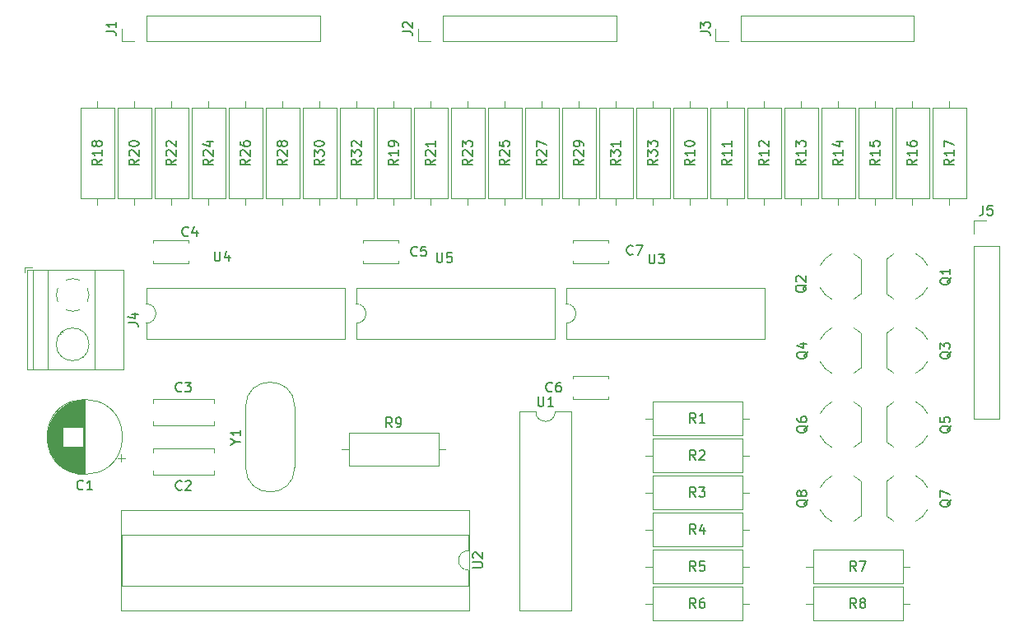
<source format=gbr>
%TF.GenerationSoftware,KiCad,Pcbnew,7.0.10*%
%TF.CreationDate,2024-01-23T08:52:06+06:30*%
%TF.ProjectId,Project,50726f6a-6563-4742-9e6b-696361645f70,1.0*%
%TF.SameCoordinates,Original*%
%TF.FileFunction,Legend,Top*%
%TF.FilePolarity,Positive*%
%FSLAX46Y46*%
G04 Gerber Fmt 4.6, Leading zero omitted, Abs format (unit mm)*
G04 Created by KiCad (PCBNEW 7.0.10) date 2024-01-23 08:52:06*
%MOMM*%
%LPD*%
G01*
G04 APERTURE LIST*
%ADD10C,0.150000*%
%ADD11C,0.120000*%
G04 APERTURE END LIST*
D10*
X140335095Y-95339819D02*
X140335095Y-96149342D01*
X140335095Y-96149342D02*
X140382714Y-96244580D01*
X140382714Y-96244580D02*
X140430333Y-96292200D01*
X140430333Y-96292200D02*
X140525571Y-96339819D01*
X140525571Y-96339819D02*
X140716047Y-96339819D01*
X140716047Y-96339819D02*
X140811285Y-96292200D01*
X140811285Y-96292200D02*
X140858904Y-96244580D01*
X140858904Y-96244580D02*
X140906523Y-96149342D01*
X140906523Y-96149342D02*
X140906523Y-95339819D01*
X141858904Y-95339819D02*
X141382714Y-95339819D01*
X141382714Y-95339819D02*
X141335095Y-95816009D01*
X141335095Y-95816009D02*
X141382714Y-95768390D01*
X141382714Y-95768390D02*
X141477952Y-95720771D01*
X141477952Y-95720771D02*
X141716047Y-95720771D01*
X141716047Y-95720771D02*
X141811285Y-95768390D01*
X141811285Y-95768390D02*
X141858904Y-95816009D01*
X141858904Y-95816009D02*
X141906523Y-95911247D01*
X141906523Y-95911247D02*
X141906523Y-96149342D01*
X141906523Y-96149342D02*
X141858904Y-96244580D01*
X141858904Y-96244580D02*
X141811285Y-96292200D01*
X141811285Y-96292200D02*
X141716047Y-96339819D01*
X141716047Y-96339819D02*
X141477952Y-96339819D01*
X141477952Y-96339819D02*
X141382714Y-96292200D01*
X141382714Y-96292200D02*
X141335095Y-96244580D01*
X167431819Y-72596333D02*
X168146104Y-72596333D01*
X168146104Y-72596333D02*
X168288961Y-72643952D01*
X168288961Y-72643952D02*
X168384200Y-72739190D01*
X168384200Y-72739190D02*
X168431819Y-72882047D01*
X168431819Y-72882047D02*
X168431819Y-72977285D01*
X167431819Y-72215380D02*
X167431819Y-71596333D01*
X167431819Y-71596333D02*
X167812771Y-71929666D01*
X167812771Y-71929666D02*
X167812771Y-71786809D01*
X167812771Y-71786809D02*
X167860390Y-71691571D01*
X167860390Y-71691571D02*
X167908009Y-71643952D01*
X167908009Y-71643952D02*
X168003247Y-71596333D01*
X168003247Y-71596333D02*
X168241342Y-71596333D01*
X168241342Y-71596333D02*
X168336580Y-71643952D01*
X168336580Y-71643952D02*
X168384200Y-71691571D01*
X168384200Y-71691571D02*
X168431819Y-71786809D01*
X168431819Y-71786809D02*
X168431819Y-72072523D01*
X168431819Y-72072523D02*
X168384200Y-72167761D01*
X168384200Y-72167761D02*
X168336580Y-72215380D01*
X178350057Y-98647238D02*
X178302438Y-98742476D01*
X178302438Y-98742476D02*
X178207200Y-98837714D01*
X178207200Y-98837714D02*
X178064342Y-98980571D01*
X178064342Y-98980571D02*
X178016723Y-99075809D01*
X178016723Y-99075809D02*
X178016723Y-99171047D01*
X178254819Y-99123428D02*
X178207200Y-99218666D01*
X178207200Y-99218666D02*
X178111961Y-99313904D01*
X178111961Y-99313904D02*
X177921485Y-99361523D01*
X177921485Y-99361523D02*
X177588152Y-99361523D01*
X177588152Y-99361523D02*
X177397676Y-99313904D01*
X177397676Y-99313904D02*
X177302438Y-99218666D01*
X177302438Y-99218666D02*
X177254819Y-99123428D01*
X177254819Y-99123428D02*
X177254819Y-98932952D01*
X177254819Y-98932952D02*
X177302438Y-98837714D01*
X177302438Y-98837714D02*
X177397676Y-98742476D01*
X177397676Y-98742476D02*
X177588152Y-98694857D01*
X177588152Y-98694857D02*
X177921485Y-98694857D01*
X177921485Y-98694857D02*
X178111961Y-98742476D01*
X178111961Y-98742476D02*
X178207200Y-98837714D01*
X178207200Y-98837714D02*
X178254819Y-98932952D01*
X178254819Y-98932952D02*
X178254819Y-99123428D01*
X177350057Y-98313904D02*
X177302438Y-98266285D01*
X177302438Y-98266285D02*
X177254819Y-98171047D01*
X177254819Y-98171047D02*
X177254819Y-97932952D01*
X177254819Y-97932952D02*
X177302438Y-97837714D01*
X177302438Y-97837714D02*
X177350057Y-97790095D01*
X177350057Y-97790095D02*
X177445295Y-97742476D01*
X177445295Y-97742476D02*
X177540533Y-97742476D01*
X177540533Y-97742476D02*
X177683390Y-97790095D01*
X177683390Y-97790095D02*
X178254819Y-98361523D01*
X178254819Y-98361523D02*
X178254819Y-97742476D01*
X193494819Y-85732857D02*
X193018628Y-86066190D01*
X193494819Y-86304285D02*
X192494819Y-86304285D01*
X192494819Y-86304285D02*
X192494819Y-85923333D01*
X192494819Y-85923333D02*
X192542438Y-85828095D01*
X192542438Y-85828095D02*
X192590057Y-85780476D01*
X192590057Y-85780476D02*
X192685295Y-85732857D01*
X192685295Y-85732857D02*
X192828152Y-85732857D01*
X192828152Y-85732857D02*
X192923390Y-85780476D01*
X192923390Y-85780476D02*
X192971009Y-85828095D01*
X192971009Y-85828095D02*
X193018628Y-85923333D01*
X193018628Y-85923333D02*
X193018628Y-86304285D01*
X193494819Y-84780476D02*
X193494819Y-85351904D01*
X193494819Y-85066190D02*
X192494819Y-85066190D01*
X192494819Y-85066190D02*
X192637676Y-85161428D01*
X192637676Y-85161428D02*
X192732914Y-85256666D01*
X192732914Y-85256666D02*
X192780533Y-85351904D01*
X192494819Y-84447142D02*
X192494819Y-83780476D01*
X192494819Y-83780476D02*
X193494819Y-84209047D01*
X132534819Y-85732857D02*
X132058628Y-86066190D01*
X132534819Y-86304285D02*
X131534819Y-86304285D01*
X131534819Y-86304285D02*
X131534819Y-85923333D01*
X131534819Y-85923333D02*
X131582438Y-85828095D01*
X131582438Y-85828095D02*
X131630057Y-85780476D01*
X131630057Y-85780476D02*
X131725295Y-85732857D01*
X131725295Y-85732857D02*
X131868152Y-85732857D01*
X131868152Y-85732857D02*
X131963390Y-85780476D01*
X131963390Y-85780476D02*
X132011009Y-85828095D01*
X132011009Y-85828095D02*
X132058628Y-85923333D01*
X132058628Y-85923333D02*
X132058628Y-86304285D01*
X131534819Y-85399523D02*
X131534819Y-84780476D01*
X131534819Y-84780476D02*
X131915771Y-85113809D01*
X131915771Y-85113809D02*
X131915771Y-84970952D01*
X131915771Y-84970952D02*
X131963390Y-84875714D01*
X131963390Y-84875714D02*
X132011009Y-84828095D01*
X132011009Y-84828095D02*
X132106247Y-84780476D01*
X132106247Y-84780476D02*
X132344342Y-84780476D01*
X132344342Y-84780476D02*
X132439580Y-84828095D01*
X132439580Y-84828095D02*
X132487200Y-84875714D01*
X132487200Y-84875714D02*
X132534819Y-84970952D01*
X132534819Y-84970952D02*
X132534819Y-85256666D01*
X132534819Y-85256666D02*
X132487200Y-85351904D01*
X132487200Y-85351904D02*
X132439580Y-85399523D01*
X131630057Y-84399523D02*
X131582438Y-84351904D01*
X131582438Y-84351904D02*
X131534819Y-84256666D01*
X131534819Y-84256666D02*
X131534819Y-84018571D01*
X131534819Y-84018571D02*
X131582438Y-83923333D01*
X131582438Y-83923333D02*
X131630057Y-83875714D01*
X131630057Y-83875714D02*
X131725295Y-83828095D01*
X131725295Y-83828095D02*
X131820533Y-83828095D01*
X131820533Y-83828095D02*
X131963390Y-83875714D01*
X131963390Y-83875714D02*
X132534819Y-84447142D01*
X132534819Y-84447142D02*
X132534819Y-83828095D01*
X182064819Y-85732857D02*
X181588628Y-86066190D01*
X182064819Y-86304285D02*
X181064819Y-86304285D01*
X181064819Y-86304285D02*
X181064819Y-85923333D01*
X181064819Y-85923333D02*
X181112438Y-85828095D01*
X181112438Y-85828095D02*
X181160057Y-85780476D01*
X181160057Y-85780476D02*
X181255295Y-85732857D01*
X181255295Y-85732857D02*
X181398152Y-85732857D01*
X181398152Y-85732857D02*
X181493390Y-85780476D01*
X181493390Y-85780476D02*
X181541009Y-85828095D01*
X181541009Y-85828095D02*
X181588628Y-85923333D01*
X181588628Y-85923333D02*
X181588628Y-86304285D01*
X182064819Y-84780476D02*
X182064819Y-85351904D01*
X182064819Y-85066190D02*
X181064819Y-85066190D01*
X181064819Y-85066190D02*
X181207676Y-85161428D01*
X181207676Y-85161428D02*
X181302914Y-85256666D01*
X181302914Y-85256666D02*
X181350533Y-85351904D01*
X181398152Y-83923333D02*
X182064819Y-83923333D01*
X181017200Y-84161428D02*
X181731485Y-84399523D01*
X181731485Y-84399523D02*
X181731485Y-83780476D01*
X103953333Y-119659580D02*
X103905714Y-119707200D01*
X103905714Y-119707200D02*
X103762857Y-119754819D01*
X103762857Y-119754819D02*
X103667619Y-119754819D01*
X103667619Y-119754819D02*
X103524762Y-119707200D01*
X103524762Y-119707200D02*
X103429524Y-119611961D01*
X103429524Y-119611961D02*
X103381905Y-119516723D01*
X103381905Y-119516723D02*
X103334286Y-119326247D01*
X103334286Y-119326247D02*
X103334286Y-119183390D01*
X103334286Y-119183390D02*
X103381905Y-118992914D01*
X103381905Y-118992914D02*
X103429524Y-118897676D01*
X103429524Y-118897676D02*
X103524762Y-118802438D01*
X103524762Y-118802438D02*
X103667619Y-118754819D01*
X103667619Y-118754819D02*
X103762857Y-118754819D01*
X103762857Y-118754819D02*
X103905714Y-118802438D01*
X103905714Y-118802438D02*
X103953333Y-118850057D01*
X104905714Y-119754819D02*
X104334286Y-119754819D01*
X104620000Y-119754819D02*
X104620000Y-118754819D01*
X104620000Y-118754819D02*
X104524762Y-118897676D01*
X104524762Y-118897676D02*
X104429524Y-118992914D01*
X104429524Y-118992914D02*
X104334286Y-119040533D01*
X105864819Y-85732857D02*
X105388628Y-86066190D01*
X105864819Y-86304285D02*
X104864819Y-86304285D01*
X104864819Y-86304285D02*
X104864819Y-85923333D01*
X104864819Y-85923333D02*
X104912438Y-85828095D01*
X104912438Y-85828095D02*
X104960057Y-85780476D01*
X104960057Y-85780476D02*
X105055295Y-85732857D01*
X105055295Y-85732857D02*
X105198152Y-85732857D01*
X105198152Y-85732857D02*
X105293390Y-85780476D01*
X105293390Y-85780476D02*
X105341009Y-85828095D01*
X105341009Y-85828095D02*
X105388628Y-85923333D01*
X105388628Y-85923333D02*
X105388628Y-86304285D01*
X105864819Y-84780476D02*
X105864819Y-85351904D01*
X105864819Y-85066190D02*
X104864819Y-85066190D01*
X104864819Y-85066190D02*
X105007676Y-85161428D01*
X105007676Y-85161428D02*
X105102914Y-85256666D01*
X105102914Y-85256666D02*
X105150533Y-85351904D01*
X105293390Y-84209047D02*
X105245771Y-84304285D01*
X105245771Y-84304285D02*
X105198152Y-84351904D01*
X105198152Y-84351904D02*
X105102914Y-84399523D01*
X105102914Y-84399523D02*
X105055295Y-84399523D01*
X105055295Y-84399523D02*
X104960057Y-84351904D01*
X104960057Y-84351904D02*
X104912438Y-84304285D01*
X104912438Y-84304285D02*
X104864819Y-84209047D01*
X104864819Y-84209047D02*
X104864819Y-84018571D01*
X104864819Y-84018571D02*
X104912438Y-83923333D01*
X104912438Y-83923333D02*
X104960057Y-83875714D01*
X104960057Y-83875714D02*
X105055295Y-83828095D01*
X105055295Y-83828095D02*
X105102914Y-83828095D01*
X105102914Y-83828095D02*
X105198152Y-83875714D01*
X105198152Y-83875714D02*
X105245771Y-83923333D01*
X105245771Y-83923333D02*
X105293390Y-84018571D01*
X105293390Y-84018571D02*
X105293390Y-84209047D01*
X105293390Y-84209047D02*
X105341009Y-84304285D01*
X105341009Y-84304285D02*
X105388628Y-84351904D01*
X105388628Y-84351904D02*
X105483866Y-84399523D01*
X105483866Y-84399523D02*
X105674342Y-84399523D01*
X105674342Y-84399523D02*
X105769580Y-84351904D01*
X105769580Y-84351904D02*
X105817200Y-84304285D01*
X105817200Y-84304285D02*
X105864819Y-84209047D01*
X105864819Y-84209047D02*
X105864819Y-84018571D01*
X105864819Y-84018571D02*
X105817200Y-83923333D01*
X105817200Y-83923333D02*
X105769580Y-83875714D01*
X105769580Y-83875714D02*
X105674342Y-83828095D01*
X105674342Y-83828095D02*
X105483866Y-83828095D01*
X105483866Y-83828095D02*
X105388628Y-83875714D01*
X105388628Y-83875714D02*
X105341009Y-83923333D01*
X105341009Y-83923333D02*
X105293390Y-84018571D01*
X193200057Y-105515238D02*
X193152438Y-105610476D01*
X193152438Y-105610476D02*
X193057200Y-105705714D01*
X193057200Y-105705714D02*
X192914342Y-105848571D01*
X192914342Y-105848571D02*
X192866723Y-105943809D01*
X192866723Y-105943809D02*
X192866723Y-106039047D01*
X193104819Y-105991428D02*
X193057200Y-106086666D01*
X193057200Y-106086666D02*
X192961961Y-106181904D01*
X192961961Y-106181904D02*
X192771485Y-106229523D01*
X192771485Y-106229523D02*
X192438152Y-106229523D01*
X192438152Y-106229523D02*
X192247676Y-106181904D01*
X192247676Y-106181904D02*
X192152438Y-106086666D01*
X192152438Y-106086666D02*
X192104819Y-105991428D01*
X192104819Y-105991428D02*
X192104819Y-105800952D01*
X192104819Y-105800952D02*
X192152438Y-105705714D01*
X192152438Y-105705714D02*
X192247676Y-105610476D01*
X192247676Y-105610476D02*
X192438152Y-105562857D01*
X192438152Y-105562857D02*
X192771485Y-105562857D01*
X192771485Y-105562857D02*
X192961961Y-105610476D01*
X192961961Y-105610476D02*
X193057200Y-105705714D01*
X193057200Y-105705714D02*
X193104819Y-105800952D01*
X193104819Y-105800952D02*
X193104819Y-105991428D01*
X192104819Y-105229523D02*
X192104819Y-104610476D01*
X192104819Y-104610476D02*
X192485771Y-104943809D01*
X192485771Y-104943809D02*
X192485771Y-104800952D01*
X192485771Y-104800952D02*
X192533390Y-104705714D01*
X192533390Y-104705714D02*
X192581009Y-104658095D01*
X192581009Y-104658095D02*
X192676247Y-104610476D01*
X192676247Y-104610476D02*
X192914342Y-104610476D01*
X192914342Y-104610476D02*
X193009580Y-104658095D01*
X193009580Y-104658095D02*
X193057200Y-104705714D01*
X193057200Y-104705714D02*
X193104819Y-104800952D01*
X193104819Y-104800952D02*
X193104819Y-105086666D01*
X193104819Y-105086666D02*
X193057200Y-105181904D01*
X193057200Y-105181904D02*
X193009580Y-105229523D01*
X108584819Y-102563333D02*
X109299104Y-102563333D01*
X109299104Y-102563333D02*
X109441961Y-102610952D01*
X109441961Y-102610952D02*
X109537200Y-102706190D01*
X109537200Y-102706190D02*
X109584819Y-102849047D01*
X109584819Y-102849047D02*
X109584819Y-102944285D01*
X108918152Y-101658571D02*
X109584819Y-101658571D01*
X108537200Y-101896666D02*
X109251485Y-102134761D01*
X109251485Y-102134761D02*
X109251485Y-101515714D01*
X136344819Y-85732857D02*
X135868628Y-86066190D01*
X136344819Y-86304285D02*
X135344819Y-86304285D01*
X135344819Y-86304285D02*
X135344819Y-85923333D01*
X135344819Y-85923333D02*
X135392438Y-85828095D01*
X135392438Y-85828095D02*
X135440057Y-85780476D01*
X135440057Y-85780476D02*
X135535295Y-85732857D01*
X135535295Y-85732857D02*
X135678152Y-85732857D01*
X135678152Y-85732857D02*
X135773390Y-85780476D01*
X135773390Y-85780476D02*
X135821009Y-85828095D01*
X135821009Y-85828095D02*
X135868628Y-85923333D01*
X135868628Y-85923333D02*
X135868628Y-86304285D01*
X136344819Y-84780476D02*
X136344819Y-85351904D01*
X136344819Y-85066190D02*
X135344819Y-85066190D01*
X135344819Y-85066190D02*
X135487676Y-85161428D01*
X135487676Y-85161428D02*
X135582914Y-85256666D01*
X135582914Y-85256666D02*
X135630533Y-85351904D01*
X136344819Y-84304285D02*
X136344819Y-84113809D01*
X136344819Y-84113809D02*
X136297200Y-84018571D01*
X136297200Y-84018571D02*
X136249580Y-83970952D01*
X136249580Y-83970952D02*
X136106723Y-83875714D01*
X136106723Y-83875714D02*
X135916247Y-83828095D01*
X135916247Y-83828095D02*
X135535295Y-83828095D01*
X135535295Y-83828095D02*
X135440057Y-83875714D01*
X135440057Y-83875714D02*
X135392438Y-83923333D01*
X135392438Y-83923333D02*
X135344819Y-84018571D01*
X135344819Y-84018571D02*
X135344819Y-84209047D01*
X135344819Y-84209047D02*
X135392438Y-84304285D01*
X135392438Y-84304285D02*
X135440057Y-84351904D01*
X135440057Y-84351904D02*
X135535295Y-84399523D01*
X135535295Y-84399523D02*
X135773390Y-84399523D01*
X135773390Y-84399523D02*
X135868628Y-84351904D01*
X135868628Y-84351904D02*
X135916247Y-84304285D01*
X135916247Y-84304285D02*
X135963866Y-84209047D01*
X135963866Y-84209047D02*
X135963866Y-84018571D01*
X135963866Y-84018571D02*
X135916247Y-83923333D01*
X135916247Y-83923333D02*
X135868628Y-83875714D01*
X135868628Y-83875714D02*
X135773390Y-83828095D01*
X185874819Y-85732857D02*
X185398628Y-86066190D01*
X185874819Y-86304285D02*
X184874819Y-86304285D01*
X184874819Y-86304285D02*
X184874819Y-85923333D01*
X184874819Y-85923333D02*
X184922438Y-85828095D01*
X184922438Y-85828095D02*
X184970057Y-85780476D01*
X184970057Y-85780476D02*
X185065295Y-85732857D01*
X185065295Y-85732857D02*
X185208152Y-85732857D01*
X185208152Y-85732857D02*
X185303390Y-85780476D01*
X185303390Y-85780476D02*
X185351009Y-85828095D01*
X185351009Y-85828095D02*
X185398628Y-85923333D01*
X185398628Y-85923333D02*
X185398628Y-86304285D01*
X185874819Y-84780476D02*
X185874819Y-85351904D01*
X185874819Y-85066190D02*
X184874819Y-85066190D01*
X184874819Y-85066190D02*
X185017676Y-85161428D01*
X185017676Y-85161428D02*
X185112914Y-85256666D01*
X185112914Y-85256666D02*
X185160533Y-85351904D01*
X184874819Y-83875714D02*
X184874819Y-84351904D01*
X184874819Y-84351904D02*
X185351009Y-84399523D01*
X185351009Y-84399523D02*
X185303390Y-84351904D01*
X185303390Y-84351904D02*
X185255771Y-84256666D01*
X185255771Y-84256666D02*
X185255771Y-84018571D01*
X185255771Y-84018571D02*
X185303390Y-83923333D01*
X185303390Y-83923333D02*
X185351009Y-83875714D01*
X185351009Y-83875714D02*
X185446247Y-83828095D01*
X185446247Y-83828095D02*
X185684342Y-83828095D01*
X185684342Y-83828095D02*
X185779580Y-83875714D01*
X185779580Y-83875714D02*
X185827200Y-83923333D01*
X185827200Y-83923333D02*
X185874819Y-84018571D01*
X185874819Y-84018571D02*
X185874819Y-84256666D01*
X185874819Y-84256666D02*
X185827200Y-84351904D01*
X185827200Y-84351904D02*
X185779580Y-84399523D01*
X159204819Y-85732857D02*
X158728628Y-86066190D01*
X159204819Y-86304285D02*
X158204819Y-86304285D01*
X158204819Y-86304285D02*
X158204819Y-85923333D01*
X158204819Y-85923333D02*
X158252438Y-85828095D01*
X158252438Y-85828095D02*
X158300057Y-85780476D01*
X158300057Y-85780476D02*
X158395295Y-85732857D01*
X158395295Y-85732857D02*
X158538152Y-85732857D01*
X158538152Y-85732857D02*
X158633390Y-85780476D01*
X158633390Y-85780476D02*
X158681009Y-85828095D01*
X158681009Y-85828095D02*
X158728628Y-85923333D01*
X158728628Y-85923333D02*
X158728628Y-86304285D01*
X158204819Y-85399523D02*
X158204819Y-84780476D01*
X158204819Y-84780476D02*
X158585771Y-85113809D01*
X158585771Y-85113809D02*
X158585771Y-84970952D01*
X158585771Y-84970952D02*
X158633390Y-84875714D01*
X158633390Y-84875714D02*
X158681009Y-84828095D01*
X158681009Y-84828095D02*
X158776247Y-84780476D01*
X158776247Y-84780476D02*
X159014342Y-84780476D01*
X159014342Y-84780476D02*
X159109580Y-84828095D01*
X159109580Y-84828095D02*
X159157200Y-84875714D01*
X159157200Y-84875714D02*
X159204819Y-84970952D01*
X159204819Y-84970952D02*
X159204819Y-85256666D01*
X159204819Y-85256666D02*
X159157200Y-85351904D01*
X159157200Y-85351904D02*
X159109580Y-85399523D01*
X159204819Y-83828095D02*
X159204819Y-84399523D01*
X159204819Y-84113809D02*
X158204819Y-84113809D01*
X158204819Y-84113809D02*
X158347676Y-84209047D01*
X158347676Y-84209047D02*
X158442914Y-84304285D01*
X158442914Y-84304285D02*
X158490533Y-84399523D01*
X136824819Y-72596333D02*
X137539104Y-72596333D01*
X137539104Y-72596333D02*
X137681961Y-72643952D01*
X137681961Y-72643952D02*
X137777200Y-72739190D01*
X137777200Y-72739190D02*
X137824819Y-72882047D01*
X137824819Y-72882047D02*
X137824819Y-72977285D01*
X136920057Y-72167761D02*
X136872438Y-72120142D01*
X136872438Y-72120142D02*
X136824819Y-72024904D01*
X136824819Y-72024904D02*
X136824819Y-71786809D01*
X136824819Y-71786809D02*
X136872438Y-71691571D01*
X136872438Y-71691571D02*
X136920057Y-71643952D01*
X136920057Y-71643952D02*
X137015295Y-71596333D01*
X137015295Y-71596333D02*
X137110533Y-71596333D01*
X137110533Y-71596333D02*
X137253390Y-71643952D01*
X137253390Y-71643952D02*
X137824819Y-72215380D01*
X137824819Y-72215380D02*
X137824819Y-71596333D01*
X193200057Y-120755238D02*
X193152438Y-120850476D01*
X193152438Y-120850476D02*
X193057200Y-120945714D01*
X193057200Y-120945714D02*
X192914342Y-121088571D01*
X192914342Y-121088571D02*
X192866723Y-121183809D01*
X192866723Y-121183809D02*
X192866723Y-121279047D01*
X193104819Y-121231428D02*
X193057200Y-121326666D01*
X193057200Y-121326666D02*
X192961961Y-121421904D01*
X192961961Y-121421904D02*
X192771485Y-121469523D01*
X192771485Y-121469523D02*
X192438152Y-121469523D01*
X192438152Y-121469523D02*
X192247676Y-121421904D01*
X192247676Y-121421904D02*
X192152438Y-121326666D01*
X192152438Y-121326666D02*
X192104819Y-121231428D01*
X192104819Y-121231428D02*
X192104819Y-121040952D01*
X192104819Y-121040952D02*
X192152438Y-120945714D01*
X192152438Y-120945714D02*
X192247676Y-120850476D01*
X192247676Y-120850476D02*
X192438152Y-120802857D01*
X192438152Y-120802857D02*
X192771485Y-120802857D01*
X192771485Y-120802857D02*
X192961961Y-120850476D01*
X192961961Y-120850476D02*
X193057200Y-120945714D01*
X193057200Y-120945714D02*
X193104819Y-121040952D01*
X193104819Y-121040952D02*
X193104819Y-121231428D01*
X192104819Y-120469523D02*
X192104819Y-119802857D01*
X192104819Y-119802857D02*
X193104819Y-120231428D01*
X196516666Y-90484819D02*
X196516666Y-91199104D01*
X196516666Y-91199104D02*
X196469047Y-91341961D01*
X196469047Y-91341961D02*
X196373809Y-91437200D01*
X196373809Y-91437200D02*
X196230952Y-91484819D01*
X196230952Y-91484819D02*
X196135714Y-91484819D01*
X197469047Y-90484819D02*
X196992857Y-90484819D01*
X196992857Y-90484819D02*
X196945238Y-90961009D01*
X196945238Y-90961009D02*
X196992857Y-90913390D01*
X196992857Y-90913390D02*
X197088095Y-90865771D01*
X197088095Y-90865771D02*
X197326190Y-90865771D01*
X197326190Y-90865771D02*
X197421428Y-90913390D01*
X197421428Y-90913390D02*
X197469047Y-90961009D01*
X197469047Y-90961009D02*
X197516666Y-91056247D01*
X197516666Y-91056247D02*
X197516666Y-91294342D01*
X197516666Y-91294342D02*
X197469047Y-91389580D01*
X197469047Y-91389580D02*
X197421428Y-91437200D01*
X197421428Y-91437200D02*
X197326190Y-91484819D01*
X197326190Y-91484819D02*
X197088095Y-91484819D01*
X197088095Y-91484819D02*
X196992857Y-91437200D01*
X196992857Y-91437200D02*
X196945238Y-91389580D01*
X166965333Y-128089819D02*
X166632000Y-127613628D01*
X166393905Y-128089819D02*
X166393905Y-127089819D01*
X166393905Y-127089819D02*
X166774857Y-127089819D01*
X166774857Y-127089819D02*
X166870095Y-127137438D01*
X166870095Y-127137438D02*
X166917714Y-127185057D01*
X166917714Y-127185057D02*
X166965333Y-127280295D01*
X166965333Y-127280295D02*
X166965333Y-127423152D01*
X166965333Y-127423152D02*
X166917714Y-127518390D01*
X166917714Y-127518390D02*
X166870095Y-127566009D01*
X166870095Y-127566009D02*
X166774857Y-127613628D01*
X166774857Y-127613628D02*
X166393905Y-127613628D01*
X167870095Y-127089819D02*
X167393905Y-127089819D01*
X167393905Y-127089819D02*
X167346286Y-127566009D01*
X167346286Y-127566009D02*
X167393905Y-127518390D01*
X167393905Y-127518390D02*
X167489143Y-127470771D01*
X167489143Y-127470771D02*
X167727238Y-127470771D01*
X167727238Y-127470771D02*
X167822476Y-127518390D01*
X167822476Y-127518390D02*
X167870095Y-127566009D01*
X167870095Y-127566009D02*
X167917714Y-127661247D01*
X167917714Y-127661247D02*
X167917714Y-127899342D01*
X167917714Y-127899342D02*
X167870095Y-127994580D01*
X167870095Y-127994580D02*
X167822476Y-128042200D01*
X167822476Y-128042200D02*
X167727238Y-128089819D01*
X167727238Y-128089819D02*
X167489143Y-128089819D01*
X167489143Y-128089819D02*
X167393905Y-128042200D01*
X167393905Y-128042200D02*
X167346286Y-127994580D01*
X166965333Y-120469819D02*
X166632000Y-119993628D01*
X166393905Y-120469819D02*
X166393905Y-119469819D01*
X166393905Y-119469819D02*
X166774857Y-119469819D01*
X166774857Y-119469819D02*
X166870095Y-119517438D01*
X166870095Y-119517438D02*
X166917714Y-119565057D01*
X166917714Y-119565057D02*
X166965333Y-119660295D01*
X166965333Y-119660295D02*
X166965333Y-119803152D01*
X166965333Y-119803152D02*
X166917714Y-119898390D01*
X166917714Y-119898390D02*
X166870095Y-119946009D01*
X166870095Y-119946009D02*
X166774857Y-119993628D01*
X166774857Y-119993628D02*
X166393905Y-119993628D01*
X167298667Y-119469819D02*
X167917714Y-119469819D01*
X167917714Y-119469819D02*
X167584381Y-119850771D01*
X167584381Y-119850771D02*
X167727238Y-119850771D01*
X167727238Y-119850771D02*
X167822476Y-119898390D01*
X167822476Y-119898390D02*
X167870095Y-119946009D01*
X167870095Y-119946009D02*
X167917714Y-120041247D01*
X167917714Y-120041247D02*
X167917714Y-120279342D01*
X167917714Y-120279342D02*
X167870095Y-120374580D01*
X167870095Y-120374580D02*
X167822476Y-120422200D01*
X167822476Y-120422200D02*
X167727238Y-120469819D01*
X167727238Y-120469819D02*
X167441524Y-120469819D01*
X167441524Y-120469819D02*
X167346286Y-120422200D01*
X167346286Y-120422200D02*
X167298667Y-120374580D01*
X166965333Y-131899819D02*
X166632000Y-131423628D01*
X166393905Y-131899819D02*
X166393905Y-130899819D01*
X166393905Y-130899819D02*
X166774857Y-130899819D01*
X166774857Y-130899819D02*
X166870095Y-130947438D01*
X166870095Y-130947438D02*
X166917714Y-130995057D01*
X166917714Y-130995057D02*
X166965333Y-131090295D01*
X166965333Y-131090295D02*
X166965333Y-131233152D01*
X166965333Y-131233152D02*
X166917714Y-131328390D01*
X166917714Y-131328390D02*
X166870095Y-131376009D01*
X166870095Y-131376009D02*
X166774857Y-131423628D01*
X166774857Y-131423628D02*
X166393905Y-131423628D01*
X167822476Y-130899819D02*
X167632000Y-130899819D01*
X167632000Y-130899819D02*
X167536762Y-130947438D01*
X167536762Y-130947438D02*
X167489143Y-130995057D01*
X167489143Y-130995057D02*
X167393905Y-131137914D01*
X167393905Y-131137914D02*
X167346286Y-131328390D01*
X167346286Y-131328390D02*
X167346286Y-131709342D01*
X167346286Y-131709342D02*
X167393905Y-131804580D01*
X167393905Y-131804580D02*
X167441524Y-131852200D01*
X167441524Y-131852200D02*
X167536762Y-131899819D01*
X167536762Y-131899819D02*
X167727238Y-131899819D01*
X167727238Y-131899819D02*
X167822476Y-131852200D01*
X167822476Y-131852200D02*
X167870095Y-131804580D01*
X167870095Y-131804580D02*
X167917714Y-131709342D01*
X167917714Y-131709342D02*
X167917714Y-131471247D01*
X167917714Y-131471247D02*
X167870095Y-131376009D01*
X167870095Y-131376009D02*
X167822476Y-131328390D01*
X167822476Y-131328390D02*
X167727238Y-131280771D01*
X167727238Y-131280771D02*
X167536762Y-131280771D01*
X167536762Y-131280771D02*
X167441524Y-131328390D01*
X167441524Y-131328390D02*
X167393905Y-131376009D01*
X167393905Y-131376009D02*
X167346286Y-131471247D01*
X166965333Y-112849819D02*
X166632000Y-112373628D01*
X166393905Y-112849819D02*
X166393905Y-111849819D01*
X166393905Y-111849819D02*
X166774857Y-111849819D01*
X166774857Y-111849819D02*
X166870095Y-111897438D01*
X166870095Y-111897438D02*
X166917714Y-111945057D01*
X166917714Y-111945057D02*
X166965333Y-112040295D01*
X166965333Y-112040295D02*
X166965333Y-112183152D01*
X166965333Y-112183152D02*
X166917714Y-112278390D01*
X166917714Y-112278390D02*
X166870095Y-112326009D01*
X166870095Y-112326009D02*
X166774857Y-112373628D01*
X166774857Y-112373628D02*
X166393905Y-112373628D01*
X167917714Y-112849819D02*
X167346286Y-112849819D01*
X167632000Y-112849819D02*
X167632000Y-111849819D01*
X167632000Y-111849819D02*
X167536762Y-111992676D01*
X167536762Y-111992676D02*
X167441524Y-112087914D01*
X167441524Y-112087914D02*
X167346286Y-112135533D01*
X119643628Y-114786190D02*
X120119819Y-114786190D01*
X119119819Y-115119523D02*
X119643628Y-114786190D01*
X119643628Y-114786190D02*
X119119819Y-114452857D01*
X120119819Y-113595714D02*
X120119819Y-114167142D01*
X120119819Y-113881428D02*
X119119819Y-113881428D01*
X119119819Y-113881428D02*
X119262676Y-113976666D01*
X119262676Y-113976666D02*
X119357914Y-114071904D01*
X119357914Y-114071904D02*
X119405533Y-114167142D01*
X193200057Y-113135238D02*
X193152438Y-113230476D01*
X193152438Y-113230476D02*
X193057200Y-113325714D01*
X193057200Y-113325714D02*
X192914342Y-113468571D01*
X192914342Y-113468571D02*
X192866723Y-113563809D01*
X192866723Y-113563809D02*
X192866723Y-113659047D01*
X193104819Y-113611428D02*
X193057200Y-113706666D01*
X193057200Y-113706666D02*
X192961961Y-113801904D01*
X192961961Y-113801904D02*
X192771485Y-113849523D01*
X192771485Y-113849523D02*
X192438152Y-113849523D01*
X192438152Y-113849523D02*
X192247676Y-113801904D01*
X192247676Y-113801904D02*
X192152438Y-113706666D01*
X192152438Y-113706666D02*
X192104819Y-113611428D01*
X192104819Y-113611428D02*
X192104819Y-113420952D01*
X192104819Y-113420952D02*
X192152438Y-113325714D01*
X192152438Y-113325714D02*
X192247676Y-113230476D01*
X192247676Y-113230476D02*
X192438152Y-113182857D01*
X192438152Y-113182857D02*
X192771485Y-113182857D01*
X192771485Y-113182857D02*
X192961961Y-113230476D01*
X192961961Y-113230476D02*
X193057200Y-113325714D01*
X193057200Y-113325714D02*
X193104819Y-113420952D01*
X193104819Y-113420952D02*
X193104819Y-113611428D01*
X192104819Y-112278095D02*
X192104819Y-112754285D01*
X192104819Y-112754285D02*
X192581009Y-112801904D01*
X192581009Y-112801904D02*
X192533390Y-112754285D01*
X192533390Y-112754285D02*
X192485771Y-112659047D01*
X192485771Y-112659047D02*
X192485771Y-112420952D01*
X192485771Y-112420952D02*
X192533390Y-112325714D01*
X192533390Y-112325714D02*
X192581009Y-112278095D01*
X192581009Y-112278095D02*
X192676247Y-112230476D01*
X192676247Y-112230476D02*
X192914342Y-112230476D01*
X192914342Y-112230476D02*
X193009580Y-112278095D01*
X193009580Y-112278095D02*
X193057200Y-112325714D01*
X193057200Y-112325714D02*
X193104819Y-112420952D01*
X193104819Y-112420952D02*
X193104819Y-112659047D01*
X193104819Y-112659047D02*
X193057200Y-112754285D01*
X193057200Y-112754285D02*
X193009580Y-112801904D01*
X189684819Y-85732857D02*
X189208628Y-86066190D01*
X189684819Y-86304285D02*
X188684819Y-86304285D01*
X188684819Y-86304285D02*
X188684819Y-85923333D01*
X188684819Y-85923333D02*
X188732438Y-85828095D01*
X188732438Y-85828095D02*
X188780057Y-85780476D01*
X188780057Y-85780476D02*
X188875295Y-85732857D01*
X188875295Y-85732857D02*
X189018152Y-85732857D01*
X189018152Y-85732857D02*
X189113390Y-85780476D01*
X189113390Y-85780476D02*
X189161009Y-85828095D01*
X189161009Y-85828095D02*
X189208628Y-85923333D01*
X189208628Y-85923333D02*
X189208628Y-86304285D01*
X189684819Y-84780476D02*
X189684819Y-85351904D01*
X189684819Y-85066190D02*
X188684819Y-85066190D01*
X188684819Y-85066190D02*
X188827676Y-85161428D01*
X188827676Y-85161428D02*
X188922914Y-85256666D01*
X188922914Y-85256666D02*
X188970533Y-85351904D01*
X188684819Y-83923333D02*
X188684819Y-84113809D01*
X188684819Y-84113809D02*
X188732438Y-84209047D01*
X188732438Y-84209047D02*
X188780057Y-84256666D01*
X188780057Y-84256666D02*
X188922914Y-84351904D01*
X188922914Y-84351904D02*
X189113390Y-84399523D01*
X189113390Y-84399523D02*
X189494342Y-84399523D01*
X189494342Y-84399523D02*
X189589580Y-84351904D01*
X189589580Y-84351904D02*
X189637200Y-84304285D01*
X189637200Y-84304285D02*
X189684819Y-84209047D01*
X189684819Y-84209047D02*
X189684819Y-84018571D01*
X189684819Y-84018571D02*
X189637200Y-83923333D01*
X189637200Y-83923333D02*
X189589580Y-83875714D01*
X189589580Y-83875714D02*
X189494342Y-83828095D01*
X189494342Y-83828095D02*
X189256247Y-83828095D01*
X189256247Y-83828095D02*
X189161009Y-83875714D01*
X189161009Y-83875714D02*
X189113390Y-83923333D01*
X189113390Y-83923333D02*
X189065771Y-84018571D01*
X189065771Y-84018571D02*
X189065771Y-84209047D01*
X189065771Y-84209047D02*
X189113390Y-84304285D01*
X189113390Y-84304285D02*
X189161009Y-84351904D01*
X189161009Y-84351904D02*
X189256247Y-84399523D01*
X128724819Y-85732857D02*
X128248628Y-86066190D01*
X128724819Y-86304285D02*
X127724819Y-86304285D01*
X127724819Y-86304285D02*
X127724819Y-85923333D01*
X127724819Y-85923333D02*
X127772438Y-85828095D01*
X127772438Y-85828095D02*
X127820057Y-85780476D01*
X127820057Y-85780476D02*
X127915295Y-85732857D01*
X127915295Y-85732857D02*
X128058152Y-85732857D01*
X128058152Y-85732857D02*
X128153390Y-85780476D01*
X128153390Y-85780476D02*
X128201009Y-85828095D01*
X128201009Y-85828095D02*
X128248628Y-85923333D01*
X128248628Y-85923333D02*
X128248628Y-86304285D01*
X127724819Y-85399523D02*
X127724819Y-84780476D01*
X127724819Y-84780476D02*
X128105771Y-85113809D01*
X128105771Y-85113809D02*
X128105771Y-84970952D01*
X128105771Y-84970952D02*
X128153390Y-84875714D01*
X128153390Y-84875714D02*
X128201009Y-84828095D01*
X128201009Y-84828095D02*
X128296247Y-84780476D01*
X128296247Y-84780476D02*
X128534342Y-84780476D01*
X128534342Y-84780476D02*
X128629580Y-84828095D01*
X128629580Y-84828095D02*
X128677200Y-84875714D01*
X128677200Y-84875714D02*
X128724819Y-84970952D01*
X128724819Y-84970952D02*
X128724819Y-85256666D01*
X128724819Y-85256666D02*
X128677200Y-85351904D01*
X128677200Y-85351904D02*
X128629580Y-85399523D01*
X127724819Y-84161428D02*
X127724819Y-84066190D01*
X127724819Y-84066190D02*
X127772438Y-83970952D01*
X127772438Y-83970952D02*
X127820057Y-83923333D01*
X127820057Y-83923333D02*
X127915295Y-83875714D01*
X127915295Y-83875714D02*
X128105771Y-83828095D01*
X128105771Y-83828095D02*
X128343866Y-83828095D01*
X128343866Y-83828095D02*
X128534342Y-83875714D01*
X128534342Y-83875714D02*
X128629580Y-83923333D01*
X128629580Y-83923333D02*
X128677200Y-83970952D01*
X128677200Y-83970952D02*
X128724819Y-84066190D01*
X128724819Y-84066190D02*
X128724819Y-84161428D01*
X128724819Y-84161428D02*
X128677200Y-84256666D01*
X128677200Y-84256666D02*
X128629580Y-84304285D01*
X128629580Y-84304285D02*
X128534342Y-84351904D01*
X128534342Y-84351904D02*
X128343866Y-84399523D01*
X128343866Y-84399523D02*
X128105771Y-84399523D01*
X128105771Y-84399523D02*
X127915295Y-84351904D01*
X127915295Y-84351904D02*
X127820057Y-84304285D01*
X127820057Y-84304285D02*
X127772438Y-84256666D01*
X127772438Y-84256666D02*
X127724819Y-84161428D01*
X183475333Y-128089819D02*
X183142000Y-127613628D01*
X182903905Y-128089819D02*
X182903905Y-127089819D01*
X182903905Y-127089819D02*
X183284857Y-127089819D01*
X183284857Y-127089819D02*
X183380095Y-127137438D01*
X183380095Y-127137438D02*
X183427714Y-127185057D01*
X183427714Y-127185057D02*
X183475333Y-127280295D01*
X183475333Y-127280295D02*
X183475333Y-127423152D01*
X183475333Y-127423152D02*
X183427714Y-127518390D01*
X183427714Y-127518390D02*
X183380095Y-127566009D01*
X183380095Y-127566009D02*
X183284857Y-127613628D01*
X183284857Y-127613628D02*
X182903905Y-127613628D01*
X183808667Y-127089819D02*
X184475333Y-127089819D01*
X184475333Y-127089819D02*
X184046762Y-128089819D01*
X178254819Y-85732857D02*
X177778628Y-86066190D01*
X178254819Y-86304285D02*
X177254819Y-86304285D01*
X177254819Y-86304285D02*
X177254819Y-85923333D01*
X177254819Y-85923333D02*
X177302438Y-85828095D01*
X177302438Y-85828095D02*
X177350057Y-85780476D01*
X177350057Y-85780476D02*
X177445295Y-85732857D01*
X177445295Y-85732857D02*
X177588152Y-85732857D01*
X177588152Y-85732857D02*
X177683390Y-85780476D01*
X177683390Y-85780476D02*
X177731009Y-85828095D01*
X177731009Y-85828095D02*
X177778628Y-85923333D01*
X177778628Y-85923333D02*
X177778628Y-86304285D01*
X178254819Y-84780476D02*
X178254819Y-85351904D01*
X178254819Y-85066190D02*
X177254819Y-85066190D01*
X177254819Y-85066190D02*
X177397676Y-85161428D01*
X177397676Y-85161428D02*
X177492914Y-85256666D01*
X177492914Y-85256666D02*
X177540533Y-85351904D01*
X177254819Y-84447142D02*
X177254819Y-83828095D01*
X177254819Y-83828095D02*
X177635771Y-84161428D01*
X177635771Y-84161428D02*
X177635771Y-84018571D01*
X177635771Y-84018571D02*
X177683390Y-83923333D01*
X177683390Y-83923333D02*
X177731009Y-83875714D01*
X177731009Y-83875714D02*
X177826247Y-83828095D01*
X177826247Y-83828095D02*
X178064342Y-83828095D01*
X178064342Y-83828095D02*
X178159580Y-83875714D01*
X178159580Y-83875714D02*
X178207200Y-83923333D01*
X178207200Y-83923333D02*
X178254819Y-84018571D01*
X178254819Y-84018571D02*
X178254819Y-84304285D01*
X178254819Y-84304285D02*
X178207200Y-84399523D01*
X178207200Y-84399523D02*
X178159580Y-84447142D01*
X117475095Y-95212819D02*
X117475095Y-96022342D01*
X117475095Y-96022342D02*
X117522714Y-96117580D01*
X117522714Y-96117580D02*
X117570333Y-96165200D01*
X117570333Y-96165200D02*
X117665571Y-96212819D01*
X117665571Y-96212819D02*
X117856047Y-96212819D01*
X117856047Y-96212819D02*
X117951285Y-96165200D01*
X117951285Y-96165200D02*
X117998904Y-96117580D01*
X117998904Y-96117580D02*
X118046523Y-96022342D01*
X118046523Y-96022342D02*
X118046523Y-95212819D01*
X118951285Y-95546152D02*
X118951285Y-96212819D01*
X118713190Y-95165200D02*
X118475095Y-95879485D01*
X118475095Y-95879485D02*
X119094142Y-95879485D01*
X193200057Y-97895238D02*
X193152438Y-97990476D01*
X193152438Y-97990476D02*
X193057200Y-98085714D01*
X193057200Y-98085714D02*
X192914342Y-98228571D01*
X192914342Y-98228571D02*
X192866723Y-98323809D01*
X192866723Y-98323809D02*
X192866723Y-98419047D01*
X193104819Y-98371428D02*
X193057200Y-98466666D01*
X193057200Y-98466666D02*
X192961961Y-98561904D01*
X192961961Y-98561904D02*
X192771485Y-98609523D01*
X192771485Y-98609523D02*
X192438152Y-98609523D01*
X192438152Y-98609523D02*
X192247676Y-98561904D01*
X192247676Y-98561904D02*
X192152438Y-98466666D01*
X192152438Y-98466666D02*
X192104819Y-98371428D01*
X192104819Y-98371428D02*
X192104819Y-98180952D01*
X192104819Y-98180952D02*
X192152438Y-98085714D01*
X192152438Y-98085714D02*
X192247676Y-97990476D01*
X192247676Y-97990476D02*
X192438152Y-97942857D01*
X192438152Y-97942857D02*
X192771485Y-97942857D01*
X192771485Y-97942857D02*
X192961961Y-97990476D01*
X192961961Y-97990476D02*
X193057200Y-98085714D01*
X193057200Y-98085714D02*
X193104819Y-98180952D01*
X193104819Y-98180952D02*
X193104819Y-98371428D01*
X193104819Y-96990476D02*
X193104819Y-97561904D01*
X193104819Y-97276190D02*
X192104819Y-97276190D01*
X192104819Y-97276190D02*
X192247676Y-97371428D01*
X192247676Y-97371428D02*
X192342914Y-97466666D01*
X192342914Y-97466666D02*
X192390533Y-97561904D01*
X106344819Y-72596333D02*
X107059104Y-72596333D01*
X107059104Y-72596333D02*
X107201961Y-72643952D01*
X107201961Y-72643952D02*
X107297200Y-72739190D01*
X107297200Y-72739190D02*
X107344819Y-72882047D01*
X107344819Y-72882047D02*
X107344819Y-72977285D01*
X107344819Y-71596333D02*
X107344819Y-72167761D01*
X107344819Y-71882047D02*
X106344819Y-71882047D01*
X106344819Y-71882047D02*
X106487676Y-71977285D01*
X106487676Y-71977285D02*
X106582914Y-72072523D01*
X106582914Y-72072523D02*
X106630533Y-72167761D01*
X166965333Y-124279819D02*
X166632000Y-123803628D01*
X166393905Y-124279819D02*
X166393905Y-123279819D01*
X166393905Y-123279819D02*
X166774857Y-123279819D01*
X166774857Y-123279819D02*
X166870095Y-123327438D01*
X166870095Y-123327438D02*
X166917714Y-123375057D01*
X166917714Y-123375057D02*
X166965333Y-123470295D01*
X166965333Y-123470295D02*
X166965333Y-123613152D01*
X166965333Y-123613152D02*
X166917714Y-123708390D01*
X166917714Y-123708390D02*
X166870095Y-123756009D01*
X166870095Y-123756009D02*
X166774857Y-123803628D01*
X166774857Y-123803628D02*
X166393905Y-123803628D01*
X167822476Y-123613152D02*
X167822476Y-124279819D01*
X167584381Y-123232200D02*
X167346286Y-123946485D01*
X167346286Y-123946485D02*
X167965333Y-123946485D01*
X140154819Y-85732857D02*
X139678628Y-86066190D01*
X140154819Y-86304285D02*
X139154819Y-86304285D01*
X139154819Y-86304285D02*
X139154819Y-85923333D01*
X139154819Y-85923333D02*
X139202438Y-85828095D01*
X139202438Y-85828095D02*
X139250057Y-85780476D01*
X139250057Y-85780476D02*
X139345295Y-85732857D01*
X139345295Y-85732857D02*
X139488152Y-85732857D01*
X139488152Y-85732857D02*
X139583390Y-85780476D01*
X139583390Y-85780476D02*
X139631009Y-85828095D01*
X139631009Y-85828095D02*
X139678628Y-85923333D01*
X139678628Y-85923333D02*
X139678628Y-86304285D01*
X139250057Y-85351904D02*
X139202438Y-85304285D01*
X139202438Y-85304285D02*
X139154819Y-85209047D01*
X139154819Y-85209047D02*
X139154819Y-84970952D01*
X139154819Y-84970952D02*
X139202438Y-84875714D01*
X139202438Y-84875714D02*
X139250057Y-84828095D01*
X139250057Y-84828095D02*
X139345295Y-84780476D01*
X139345295Y-84780476D02*
X139440533Y-84780476D01*
X139440533Y-84780476D02*
X139583390Y-84828095D01*
X139583390Y-84828095D02*
X140154819Y-85399523D01*
X140154819Y-85399523D02*
X140154819Y-84780476D01*
X140154819Y-83828095D02*
X140154819Y-84399523D01*
X140154819Y-84113809D02*
X139154819Y-84113809D01*
X139154819Y-84113809D02*
X139297676Y-84209047D01*
X139297676Y-84209047D02*
X139392914Y-84304285D01*
X139392914Y-84304285D02*
X139440533Y-84399523D01*
X121104819Y-85732857D02*
X120628628Y-86066190D01*
X121104819Y-86304285D02*
X120104819Y-86304285D01*
X120104819Y-86304285D02*
X120104819Y-85923333D01*
X120104819Y-85923333D02*
X120152438Y-85828095D01*
X120152438Y-85828095D02*
X120200057Y-85780476D01*
X120200057Y-85780476D02*
X120295295Y-85732857D01*
X120295295Y-85732857D02*
X120438152Y-85732857D01*
X120438152Y-85732857D02*
X120533390Y-85780476D01*
X120533390Y-85780476D02*
X120581009Y-85828095D01*
X120581009Y-85828095D02*
X120628628Y-85923333D01*
X120628628Y-85923333D02*
X120628628Y-86304285D01*
X120200057Y-85351904D02*
X120152438Y-85304285D01*
X120152438Y-85304285D02*
X120104819Y-85209047D01*
X120104819Y-85209047D02*
X120104819Y-84970952D01*
X120104819Y-84970952D02*
X120152438Y-84875714D01*
X120152438Y-84875714D02*
X120200057Y-84828095D01*
X120200057Y-84828095D02*
X120295295Y-84780476D01*
X120295295Y-84780476D02*
X120390533Y-84780476D01*
X120390533Y-84780476D02*
X120533390Y-84828095D01*
X120533390Y-84828095D02*
X121104819Y-85399523D01*
X121104819Y-85399523D02*
X121104819Y-84780476D01*
X120104819Y-83923333D02*
X120104819Y-84113809D01*
X120104819Y-84113809D02*
X120152438Y-84209047D01*
X120152438Y-84209047D02*
X120200057Y-84256666D01*
X120200057Y-84256666D02*
X120342914Y-84351904D01*
X120342914Y-84351904D02*
X120533390Y-84399523D01*
X120533390Y-84399523D02*
X120914342Y-84399523D01*
X120914342Y-84399523D02*
X121009580Y-84351904D01*
X121009580Y-84351904D02*
X121057200Y-84304285D01*
X121057200Y-84304285D02*
X121104819Y-84209047D01*
X121104819Y-84209047D02*
X121104819Y-84018571D01*
X121104819Y-84018571D02*
X121057200Y-83923333D01*
X121057200Y-83923333D02*
X121009580Y-83875714D01*
X121009580Y-83875714D02*
X120914342Y-83828095D01*
X120914342Y-83828095D02*
X120676247Y-83828095D01*
X120676247Y-83828095D02*
X120581009Y-83875714D01*
X120581009Y-83875714D02*
X120533390Y-83923333D01*
X120533390Y-83923333D02*
X120485771Y-84018571D01*
X120485771Y-84018571D02*
X120485771Y-84209047D01*
X120485771Y-84209047D02*
X120533390Y-84304285D01*
X120533390Y-84304285D02*
X120581009Y-84351904D01*
X120581009Y-84351904D02*
X120676247Y-84399523D01*
X166965333Y-116659819D02*
X166632000Y-116183628D01*
X166393905Y-116659819D02*
X166393905Y-115659819D01*
X166393905Y-115659819D02*
X166774857Y-115659819D01*
X166774857Y-115659819D02*
X166870095Y-115707438D01*
X166870095Y-115707438D02*
X166917714Y-115755057D01*
X166917714Y-115755057D02*
X166965333Y-115850295D01*
X166965333Y-115850295D02*
X166965333Y-115993152D01*
X166965333Y-115993152D02*
X166917714Y-116088390D01*
X166917714Y-116088390D02*
X166870095Y-116136009D01*
X166870095Y-116136009D02*
X166774857Y-116183628D01*
X166774857Y-116183628D02*
X166393905Y-116183628D01*
X167346286Y-115755057D02*
X167393905Y-115707438D01*
X167393905Y-115707438D02*
X167489143Y-115659819D01*
X167489143Y-115659819D02*
X167727238Y-115659819D01*
X167727238Y-115659819D02*
X167822476Y-115707438D01*
X167822476Y-115707438D02*
X167870095Y-115755057D01*
X167870095Y-115755057D02*
X167917714Y-115850295D01*
X167917714Y-115850295D02*
X167917714Y-115945533D01*
X167917714Y-115945533D02*
X167870095Y-116088390D01*
X167870095Y-116088390D02*
X167298667Y-116659819D01*
X167298667Y-116659819D02*
X167917714Y-116659819D01*
X170634819Y-85732857D02*
X170158628Y-86066190D01*
X170634819Y-86304285D02*
X169634819Y-86304285D01*
X169634819Y-86304285D02*
X169634819Y-85923333D01*
X169634819Y-85923333D02*
X169682438Y-85828095D01*
X169682438Y-85828095D02*
X169730057Y-85780476D01*
X169730057Y-85780476D02*
X169825295Y-85732857D01*
X169825295Y-85732857D02*
X169968152Y-85732857D01*
X169968152Y-85732857D02*
X170063390Y-85780476D01*
X170063390Y-85780476D02*
X170111009Y-85828095D01*
X170111009Y-85828095D02*
X170158628Y-85923333D01*
X170158628Y-85923333D02*
X170158628Y-86304285D01*
X170634819Y-84780476D02*
X170634819Y-85351904D01*
X170634819Y-85066190D02*
X169634819Y-85066190D01*
X169634819Y-85066190D02*
X169777676Y-85161428D01*
X169777676Y-85161428D02*
X169872914Y-85256666D01*
X169872914Y-85256666D02*
X169920533Y-85351904D01*
X170634819Y-83828095D02*
X170634819Y-84399523D01*
X170634819Y-84113809D02*
X169634819Y-84113809D01*
X169634819Y-84113809D02*
X169777676Y-84209047D01*
X169777676Y-84209047D02*
X169872914Y-84304285D01*
X169872914Y-84304285D02*
X169920533Y-84399523D01*
X147774819Y-85732857D02*
X147298628Y-86066190D01*
X147774819Y-86304285D02*
X146774819Y-86304285D01*
X146774819Y-86304285D02*
X146774819Y-85923333D01*
X146774819Y-85923333D02*
X146822438Y-85828095D01*
X146822438Y-85828095D02*
X146870057Y-85780476D01*
X146870057Y-85780476D02*
X146965295Y-85732857D01*
X146965295Y-85732857D02*
X147108152Y-85732857D01*
X147108152Y-85732857D02*
X147203390Y-85780476D01*
X147203390Y-85780476D02*
X147251009Y-85828095D01*
X147251009Y-85828095D02*
X147298628Y-85923333D01*
X147298628Y-85923333D02*
X147298628Y-86304285D01*
X146870057Y-85351904D02*
X146822438Y-85304285D01*
X146822438Y-85304285D02*
X146774819Y-85209047D01*
X146774819Y-85209047D02*
X146774819Y-84970952D01*
X146774819Y-84970952D02*
X146822438Y-84875714D01*
X146822438Y-84875714D02*
X146870057Y-84828095D01*
X146870057Y-84828095D02*
X146965295Y-84780476D01*
X146965295Y-84780476D02*
X147060533Y-84780476D01*
X147060533Y-84780476D02*
X147203390Y-84828095D01*
X147203390Y-84828095D02*
X147774819Y-85399523D01*
X147774819Y-85399523D02*
X147774819Y-84780476D01*
X146774819Y-83875714D02*
X146774819Y-84351904D01*
X146774819Y-84351904D02*
X147251009Y-84399523D01*
X147251009Y-84399523D02*
X147203390Y-84351904D01*
X147203390Y-84351904D02*
X147155771Y-84256666D01*
X147155771Y-84256666D02*
X147155771Y-84018571D01*
X147155771Y-84018571D02*
X147203390Y-83923333D01*
X147203390Y-83923333D02*
X147251009Y-83875714D01*
X147251009Y-83875714D02*
X147346247Y-83828095D01*
X147346247Y-83828095D02*
X147584342Y-83828095D01*
X147584342Y-83828095D02*
X147679580Y-83875714D01*
X147679580Y-83875714D02*
X147727200Y-83923333D01*
X147727200Y-83923333D02*
X147774819Y-84018571D01*
X147774819Y-84018571D02*
X147774819Y-84256666D01*
X147774819Y-84256666D02*
X147727200Y-84351904D01*
X147727200Y-84351904D02*
X147679580Y-84399523D01*
X114093333Y-109579580D02*
X114045714Y-109627200D01*
X114045714Y-109627200D02*
X113902857Y-109674819D01*
X113902857Y-109674819D02*
X113807619Y-109674819D01*
X113807619Y-109674819D02*
X113664762Y-109627200D01*
X113664762Y-109627200D02*
X113569524Y-109531961D01*
X113569524Y-109531961D02*
X113521905Y-109436723D01*
X113521905Y-109436723D02*
X113474286Y-109246247D01*
X113474286Y-109246247D02*
X113474286Y-109103390D01*
X113474286Y-109103390D02*
X113521905Y-108912914D01*
X113521905Y-108912914D02*
X113569524Y-108817676D01*
X113569524Y-108817676D02*
X113664762Y-108722438D01*
X113664762Y-108722438D02*
X113807619Y-108674819D01*
X113807619Y-108674819D02*
X113902857Y-108674819D01*
X113902857Y-108674819D02*
X114045714Y-108722438D01*
X114045714Y-108722438D02*
X114093333Y-108770057D01*
X114426667Y-108674819D02*
X115045714Y-108674819D01*
X115045714Y-108674819D02*
X114712381Y-109055771D01*
X114712381Y-109055771D02*
X114855238Y-109055771D01*
X114855238Y-109055771D02*
X114950476Y-109103390D01*
X114950476Y-109103390D02*
X114998095Y-109151009D01*
X114998095Y-109151009D02*
X115045714Y-109246247D01*
X115045714Y-109246247D02*
X115045714Y-109484342D01*
X115045714Y-109484342D02*
X114998095Y-109579580D01*
X114998095Y-109579580D02*
X114950476Y-109627200D01*
X114950476Y-109627200D02*
X114855238Y-109674819D01*
X114855238Y-109674819D02*
X114569524Y-109674819D01*
X114569524Y-109674819D02*
X114474286Y-109627200D01*
X114474286Y-109627200D02*
X114426667Y-109579580D01*
X174444819Y-85732857D02*
X173968628Y-86066190D01*
X174444819Y-86304285D02*
X173444819Y-86304285D01*
X173444819Y-86304285D02*
X173444819Y-85923333D01*
X173444819Y-85923333D02*
X173492438Y-85828095D01*
X173492438Y-85828095D02*
X173540057Y-85780476D01*
X173540057Y-85780476D02*
X173635295Y-85732857D01*
X173635295Y-85732857D02*
X173778152Y-85732857D01*
X173778152Y-85732857D02*
X173873390Y-85780476D01*
X173873390Y-85780476D02*
X173921009Y-85828095D01*
X173921009Y-85828095D02*
X173968628Y-85923333D01*
X173968628Y-85923333D02*
X173968628Y-86304285D01*
X174444819Y-84780476D02*
X174444819Y-85351904D01*
X174444819Y-85066190D02*
X173444819Y-85066190D01*
X173444819Y-85066190D02*
X173587676Y-85161428D01*
X173587676Y-85161428D02*
X173682914Y-85256666D01*
X173682914Y-85256666D02*
X173730533Y-85351904D01*
X173540057Y-84399523D02*
X173492438Y-84351904D01*
X173492438Y-84351904D02*
X173444819Y-84256666D01*
X173444819Y-84256666D02*
X173444819Y-84018571D01*
X173444819Y-84018571D02*
X173492438Y-83923333D01*
X173492438Y-83923333D02*
X173540057Y-83875714D01*
X173540057Y-83875714D02*
X173635295Y-83828095D01*
X173635295Y-83828095D02*
X173730533Y-83828095D01*
X173730533Y-83828095D02*
X173873390Y-83875714D01*
X173873390Y-83875714D02*
X174444819Y-84447142D01*
X174444819Y-84447142D02*
X174444819Y-83828095D01*
X178470057Y-105495238D02*
X178422438Y-105590476D01*
X178422438Y-105590476D02*
X178327200Y-105685714D01*
X178327200Y-105685714D02*
X178184342Y-105828571D01*
X178184342Y-105828571D02*
X178136723Y-105923809D01*
X178136723Y-105923809D02*
X178136723Y-106019047D01*
X178374819Y-105971428D02*
X178327200Y-106066666D01*
X178327200Y-106066666D02*
X178231961Y-106161904D01*
X178231961Y-106161904D02*
X178041485Y-106209523D01*
X178041485Y-106209523D02*
X177708152Y-106209523D01*
X177708152Y-106209523D02*
X177517676Y-106161904D01*
X177517676Y-106161904D02*
X177422438Y-106066666D01*
X177422438Y-106066666D02*
X177374819Y-105971428D01*
X177374819Y-105971428D02*
X177374819Y-105780952D01*
X177374819Y-105780952D02*
X177422438Y-105685714D01*
X177422438Y-105685714D02*
X177517676Y-105590476D01*
X177517676Y-105590476D02*
X177708152Y-105542857D01*
X177708152Y-105542857D02*
X178041485Y-105542857D01*
X178041485Y-105542857D02*
X178231961Y-105590476D01*
X178231961Y-105590476D02*
X178327200Y-105685714D01*
X178327200Y-105685714D02*
X178374819Y-105780952D01*
X178374819Y-105780952D02*
X178374819Y-105971428D01*
X177708152Y-104685714D02*
X178374819Y-104685714D01*
X177327200Y-104923809D02*
X178041485Y-105161904D01*
X178041485Y-105161904D02*
X178041485Y-104542857D01*
X109674819Y-85732857D02*
X109198628Y-86066190D01*
X109674819Y-86304285D02*
X108674819Y-86304285D01*
X108674819Y-86304285D02*
X108674819Y-85923333D01*
X108674819Y-85923333D02*
X108722438Y-85828095D01*
X108722438Y-85828095D02*
X108770057Y-85780476D01*
X108770057Y-85780476D02*
X108865295Y-85732857D01*
X108865295Y-85732857D02*
X109008152Y-85732857D01*
X109008152Y-85732857D02*
X109103390Y-85780476D01*
X109103390Y-85780476D02*
X109151009Y-85828095D01*
X109151009Y-85828095D02*
X109198628Y-85923333D01*
X109198628Y-85923333D02*
X109198628Y-86304285D01*
X108770057Y-85351904D02*
X108722438Y-85304285D01*
X108722438Y-85304285D02*
X108674819Y-85209047D01*
X108674819Y-85209047D02*
X108674819Y-84970952D01*
X108674819Y-84970952D02*
X108722438Y-84875714D01*
X108722438Y-84875714D02*
X108770057Y-84828095D01*
X108770057Y-84828095D02*
X108865295Y-84780476D01*
X108865295Y-84780476D02*
X108960533Y-84780476D01*
X108960533Y-84780476D02*
X109103390Y-84828095D01*
X109103390Y-84828095D02*
X109674819Y-85399523D01*
X109674819Y-85399523D02*
X109674819Y-84780476D01*
X108674819Y-84161428D02*
X108674819Y-84066190D01*
X108674819Y-84066190D02*
X108722438Y-83970952D01*
X108722438Y-83970952D02*
X108770057Y-83923333D01*
X108770057Y-83923333D02*
X108865295Y-83875714D01*
X108865295Y-83875714D02*
X109055771Y-83828095D01*
X109055771Y-83828095D02*
X109293866Y-83828095D01*
X109293866Y-83828095D02*
X109484342Y-83875714D01*
X109484342Y-83875714D02*
X109579580Y-83923333D01*
X109579580Y-83923333D02*
X109627200Y-83970952D01*
X109627200Y-83970952D02*
X109674819Y-84066190D01*
X109674819Y-84066190D02*
X109674819Y-84161428D01*
X109674819Y-84161428D02*
X109627200Y-84256666D01*
X109627200Y-84256666D02*
X109579580Y-84304285D01*
X109579580Y-84304285D02*
X109484342Y-84351904D01*
X109484342Y-84351904D02*
X109293866Y-84399523D01*
X109293866Y-84399523D02*
X109055771Y-84399523D01*
X109055771Y-84399523D02*
X108865295Y-84351904D01*
X108865295Y-84351904D02*
X108770057Y-84304285D01*
X108770057Y-84304285D02*
X108722438Y-84256666D01*
X108722438Y-84256666D02*
X108674819Y-84161428D01*
X163014819Y-85732857D02*
X162538628Y-86066190D01*
X163014819Y-86304285D02*
X162014819Y-86304285D01*
X162014819Y-86304285D02*
X162014819Y-85923333D01*
X162014819Y-85923333D02*
X162062438Y-85828095D01*
X162062438Y-85828095D02*
X162110057Y-85780476D01*
X162110057Y-85780476D02*
X162205295Y-85732857D01*
X162205295Y-85732857D02*
X162348152Y-85732857D01*
X162348152Y-85732857D02*
X162443390Y-85780476D01*
X162443390Y-85780476D02*
X162491009Y-85828095D01*
X162491009Y-85828095D02*
X162538628Y-85923333D01*
X162538628Y-85923333D02*
X162538628Y-86304285D01*
X162014819Y-85399523D02*
X162014819Y-84780476D01*
X162014819Y-84780476D02*
X162395771Y-85113809D01*
X162395771Y-85113809D02*
X162395771Y-84970952D01*
X162395771Y-84970952D02*
X162443390Y-84875714D01*
X162443390Y-84875714D02*
X162491009Y-84828095D01*
X162491009Y-84828095D02*
X162586247Y-84780476D01*
X162586247Y-84780476D02*
X162824342Y-84780476D01*
X162824342Y-84780476D02*
X162919580Y-84828095D01*
X162919580Y-84828095D02*
X162967200Y-84875714D01*
X162967200Y-84875714D02*
X163014819Y-84970952D01*
X163014819Y-84970952D02*
X163014819Y-85256666D01*
X163014819Y-85256666D02*
X162967200Y-85351904D01*
X162967200Y-85351904D02*
X162919580Y-85399523D01*
X162014819Y-84447142D02*
X162014819Y-83828095D01*
X162014819Y-83828095D02*
X162395771Y-84161428D01*
X162395771Y-84161428D02*
X162395771Y-84018571D01*
X162395771Y-84018571D02*
X162443390Y-83923333D01*
X162443390Y-83923333D02*
X162491009Y-83875714D01*
X162491009Y-83875714D02*
X162586247Y-83828095D01*
X162586247Y-83828095D02*
X162824342Y-83828095D01*
X162824342Y-83828095D02*
X162919580Y-83875714D01*
X162919580Y-83875714D02*
X162967200Y-83923333D01*
X162967200Y-83923333D02*
X163014819Y-84018571D01*
X163014819Y-84018571D02*
X163014819Y-84304285D01*
X163014819Y-84304285D02*
X162967200Y-84399523D01*
X162967200Y-84399523D02*
X162919580Y-84447142D01*
X144024819Y-127761904D02*
X144834342Y-127761904D01*
X144834342Y-127761904D02*
X144929580Y-127714285D01*
X144929580Y-127714285D02*
X144977200Y-127666666D01*
X144977200Y-127666666D02*
X145024819Y-127571428D01*
X145024819Y-127571428D02*
X145024819Y-127380952D01*
X145024819Y-127380952D02*
X144977200Y-127285714D01*
X144977200Y-127285714D02*
X144929580Y-127238095D01*
X144929580Y-127238095D02*
X144834342Y-127190476D01*
X144834342Y-127190476D02*
X144024819Y-127190476D01*
X144120057Y-126761904D02*
X144072438Y-126714285D01*
X144072438Y-126714285D02*
X144024819Y-126619047D01*
X144024819Y-126619047D02*
X144024819Y-126380952D01*
X144024819Y-126380952D02*
X144072438Y-126285714D01*
X144072438Y-126285714D02*
X144120057Y-126238095D01*
X144120057Y-126238095D02*
X144215295Y-126190476D01*
X144215295Y-126190476D02*
X144310533Y-126190476D01*
X144310533Y-126190476D02*
X144453390Y-126238095D01*
X144453390Y-126238095D02*
X145024819Y-126809523D01*
X145024819Y-126809523D02*
X145024819Y-126190476D01*
X151584819Y-85732857D02*
X151108628Y-86066190D01*
X151584819Y-86304285D02*
X150584819Y-86304285D01*
X150584819Y-86304285D02*
X150584819Y-85923333D01*
X150584819Y-85923333D02*
X150632438Y-85828095D01*
X150632438Y-85828095D02*
X150680057Y-85780476D01*
X150680057Y-85780476D02*
X150775295Y-85732857D01*
X150775295Y-85732857D02*
X150918152Y-85732857D01*
X150918152Y-85732857D02*
X151013390Y-85780476D01*
X151013390Y-85780476D02*
X151061009Y-85828095D01*
X151061009Y-85828095D02*
X151108628Y-85923333D01*
X151108628Y-85923333D02*
X151108628Y-86304285D01*
X150680057Y-85351904D02*
X150632438Y-85304285D01*
X150632438Y-85304285D02*
X150584819Y-85209047D01*
X150584819Y-85209047D02*
X150584819Y-84970952D01*
X150584819Y-84970952D02*
X150632438Y-84875714D01*
X150632438Y-84875714D02*
X150680057Y-84828095D01*
X150680057Y-84828095D02*
X150775295Y-84780476D01*
X150775295Y-84780476D02*
X150870533Y-84780476D01*
X150870533Y-84780476D02*
X151013390Y-84828095D01*
X151013390Y-84828095D02*
X151584819Y-85399523D01*
X151584819Y-85399523D02*
X151584819Y-84780476D01*
X150584819Y-84447142D02*
X150584819Y-83780476D01*
X150584819Y-83780476D02*
X151584819Y-84209047D01*
X143964819Y-85732857D02*
X143488628Y-86066190D01*
X143964819Y-86304285D02*
X142964819Y-86304285D01*
X142964819Y-86304285D02*
X142964819Y-85923333D01*
X142964819Y-85923333D02*
X143012438Y-85828095D01*
X143012438Y-85828095D02*
X143060057Y-85780476D01*
X143060057Y-85780476D02*
X143155295Y-85732857D01*
X143155295Y-85732857D02*
X143298152Y-85732857D01*
X143298152Y-85732857D02*
X143393390Y-85780476D01*
X143393390Y-85780476D02*
X143441009Y-85828095D01*
X143441009Y-85828095D02*
X143488628Y-85923333D01*
X143488628Y-85923333D02*
X143488628Y-86304285D01*
X143060057Y-85351904D02*
X143012438Y-85304285D01*
X143012438Y-85304285D02*
X142964819Y-85209047D01*
X142964819Y-85209047D02*
X142964819Y-84970952D01*
X142964819Y-84970952D02*
X143012438Y-84875714D01*
X143012438Y-84875714D02*
X143060057Y-84828095D01*
X143060057Y-84828095D02*
X143155295Y-84780476D01*
X143155295Y-84780476D02*
X143250533Y-84780476D01*
X143250533Y-84780476D02*
X143393390Y-84828095D01*
X143393390Y-84828095D02*
X143964819Y-85399523D01*
X143964819Y-85399523D02*
X143964819Y-84780476D01*
X142964819Y-84447142D02*
X142964819Y-83828095D01*
X142964819Y-83828095D02*
X143345771Y-84161428D01*
X143345771Y-84161428D02*
X143345771Y-84018571D01*
X143345771Y-84018571D02*
X143393390Y-83923333D01*
X143393390Y-83923333D02*
X143441009Y-83875714D01*
X143441009Y-83875714D02*
X143536247Y-83828095D01*
X143536247Y-83828095D02*
X143774342Y-83828095D01*
X143774342Y-83828095D02*
X143869580Y-83875714D01*
X143869580Y-83875714D02*
X143917200Y-83923333D01*
X143917200Y-83923333D02*
X143964819Y-84018571D01*
X143964819Y-84018571D02*
X143964819Y-84304285D01*
X143964819Y-84304285D02*
X143917200Y-84399523D01*
X143917200Y-84399523D02*
X143869580Y-84447142D01*
X124914819Y-85732857D02*
X124438628Y-86066190D01*
X124914819Y-86304285D02*
X123914819Y-86304285D01*
X123914819Y-86304285D02*
X123914819Y-85923333D01*
X123914819Y-85923333D02*
X123962438Y-85828095D01*
X123962438Y-85828095D02*
X124010057Y-85780476D01*
X124010057Y-85780476D02*
X124105295Y-85732857D01*
X124105295Y-85732857D02*
X124248152Y-85732857D01*
X124248152Y-85732857D02*
X124343390Y-85780476D01*
X124343390Y-85780476D02*
X124391009Y-85828095D01*
X124391009Y-85828095D02*
X124438628Y-85923333D01*
X124438628Y-85923333D02*
X124438628Y-86304285D01*
X124010057Y-85351904D02*
X123962438Y-85304285D01*
X123962438Y-85304285D02*
X123914819Y-85209047D01*
X123914819Y-85209047D02*
X123914819Y-84970952D01*
X123914819Y-84970952D02*
X123962438Y-84875714D01*
X123962438Y-84875714D02*
X124010057Y-84828095D01*
X124010057Y-84828095D02*
X124105295Y-84780476D01*
X124105295Y-84780476D02*
X124200533Y-84780476D01*
X124200533Y-84780476D02*
X124343390Y-84828095D01*
X124343390Y-84828095D02*
X124914819Y-85399523D01*
X124914819Y-85399523D02*
X124914819Y-84780476D01*
X124343390Y-84209047D02*
X124295771Y-84304285D01*
X124295771Y-84304285D02*
X124248152Y-84351904D01*
X124248152Y-84351904D02*
X124152914Y-84399523D01*
X124152914Y-84399523D02*
X124105295Y-84399523D01*
X124105295Y-84399523D02*
X124010057Y-84351904D01*
X124010057Y-84351904D02*
X123962438Y-84304285D01*
X123962438Y-84304285D02*
X123914819Y-84209047D01*
X123914819Y-84209047D02*
X123914819Y-84018571D01*
X123914819Y-84018571D02*
X123962438Y-83923333D01*
X123962438Y-83923333D02*
X124010057Y-83875714D01*
X124010057Y-83875714D02*
X124105295Y-83828095D01*
X124105295Y-83828095D02*
X124152914Y-83828095D01*
X124152914Y-83828095D02*
X124248152Y-83875714D01*
X124248152Y-83875714D02*
X124295771Y-83923333D01*
X124295771Y-83923333D02*
X124343390Y-84018571D01*
X124343390Y-84018571D02*
X124343390Y-84209047D01*
X124343390Y-84209047D02*
X124391009Y-84304285D01*
X124391009Y-84304285D02*
X124438628Y-84351904D01*
X124438628Y-84351904D02*
X124533866Y-84399523D01*
X124533866Y-84399523D02*
X124724342Y-84399523D01*
X124724342Y-84399523D02*
X124819580Y-84351904D01*
X124819580Y-84351904D02*
X124867200Y-84304285D01*
X124867200Y-84304285D02*
X124914819Y-84209047D01*
X124914819Y-84209047D02*
X124914819Y-84018571D01*
X124914819Y-84018571D02*
X124867200Y-83923333D01*
X124867200Y-83923333D02*
X124819580Y-83875714D01*
X124819580Y-83875714D02*
X124724342Y-83828095D01*
X124724342Y-83828095D02*
X124533866Y-83828095D01*
X124533866Y-83828095D02*
X124438628Y-83875714D01*
X124438628Y-83875714D02*
X124391009Y-83923333D01*
X124391009Y-83923333D02*
X124343390Y-84018571D01*
X114093333Y-119699580D02*
X114045714Y-119747200D01*
X114045714Y-119747200D02*
X113902857Y-119794819D01*
X113902857Y-119794819D02*
X113807619Y-119794819D01*
X113807619Y-119794819D02*
X113664762Y-119747200D01*
X113664762Y-119747200D02*
X113569524Y-119651961D01*
X113569524Y-119651961D02*
X113521905Y-119556723D01*
X113521905Y-119556723D02*
X113474286Y-119366247D01*
X113474286Y-119366247D02*
X113474286Y-119223390D01*
X113474286Y-119223390D02*
X113521905Y-119032914D01*
X113521905Y-119032914D02*
X113569524Y-118937676D01*
X113569524Y-118937676D02*
X113664762Y-118842438D01*
X113664762Y-118842438D02*
X113807619Y-118794819D01*
X113807619Y-118794819D02*
X113902857Y-118794819D01*
X113902857Y-118794819D02*
X114045714Y-118842438D01*
X114045714Y-118842438D02*
X114093333Y-118890057D01*
X114474286Y-118890057D02*
X114521905Y-118842438D01*
X114521905Y-118842438D02*
X114617143Y-118794819D01*
X114617143Y-118794819D02*
X114855238Y-118794819D01*
X114855238Y-118794819D02*
X114950476Y-118842438D01*
X114950476Y-118842438D02*
X114998095Y-118890057D01*
X114998095Y-118890057D02*
X115045714Y-118985295D01*
X115045714Y-118985295D02*
X115045714Y-119080533D01*
X115045714Y-119080533D02*
X114998095Y-119223390D01*
X114998095Y-119223390D02*
X114426667Y-119794819D01*
X114426667Y-119794819D02*
X115045714Y-119794819D01*
X166824819Y-85732857D02*
X166348628Y-86066190D01*
X166824819Y-86304285D02*
X165824819Y-86304285D01*
X165824819Y-86304285D02*
X165824819Y-85923333D01*
X165824819Y-85923333D02*
X165872438Y-85828095D01*
X165872438Y-85828095D02*
X165920057Y-85780476D01*
X165920057Y-85780476D02*
X166015295Y-85732857D01*
X166015295Y-85732857D02*
X166158152Y-85732857D01*
X166158152Y-85732857D02*
X166253390Y-85780476D01*
X166253390Y-85780476D02*
X166301009Y-85828095D01*
X166301009Y-85828095D02*
X166348628Y-85923333D01*
X166348628Y-85923333D02*
X166348628Y-86304285D01*
X166824819Y-84780476D02*
X166824819Y-85351904D01*
X166824819Y-85066190D02*
X165824819Y-85066190D01*
X165824819Y-85066190D02*
X165967676Y-85161428D01*
X165967676Y-85161428D02*
X166062914Y-85256666D01*
X166062914Y-85256666D02*
X166110533Y-85351904D01*
X165824819Y-84161428D02*
X165824819Y-84066190D01*
X165824819Y-84066190D02*
X165872438Y-83970952D01*
X165872438Y-83970952D02*
X165920057Y-83923333D01*
X165920057Y-83923333D02*
X166015295Y-83875714D01*
X166015295Y-83875714D02*
X166205771Y-83828095D01*
X166205771Y-83828095D02*
X166443866Y-83828095D01*
X166443866Y-83828095D02*
X166634342Y-83875714D01*
X166634342Y-83875714D02*
X166729580Y-83923333D01*
X166729580Y-83923333D02*
X166777200Y-83970952D01*
X166777200Y-83970952D02*
X166824819Y-84066190D01*
X166824819Y-84066190D02*
X166824819Y-84161428D01*
X166824819Y-84161428D02*
X166777200Y-84256666D01*
X166777200Y-84256666D02*
X166729580Y-84304285D01*
X166729580Y-84304285D02*
X166634342Y-84351904D01*
X166634342Y-84351904D02*
X166443866Y-84399523D01*
X166443866Y-84399523D02*
X166205771Y-84399523D01*
X166205771Y-84399523D02*
X166015295Y-84351904D01*
X166015295Y-84351904D02*
X165920057Y-84304285D01*
X165920057Y-84304285D02*
X165872438Y-84256666D01*
X165872438Y-84256666D02*
X165824819Y-84161428D01*
X183475333Y-131899819D02*
X183142000Y-131423628D01*
X182903905Y-131899819D02*
X182903905Y-130899819D01*
X182903905Y-130899819D02*
X183284857Y-130899819D01*
X183284857Y-130899819D02*
X183380095Y-130947438D01*
X183380095Y-130947438D02*
X183427714Y-130995057D01*
X183427714Y-130995057D02*
X183475333Y-131090295D01*
X183475333Y-131090295D02*
X183475333Y-131233152D01*
X183475333Y-131233152D02*
X183427714Y-131328390D01*
X183427714Y-131328390D02*
X183380095Y-131376009D01*
X183380095Y-131376009D02*
X183284857Y-131423628D01*
X183284857Y-131423628D02*
X182903905Y-131423628D01*
X184046762Y-131328390D02*
X183951524Y-131280771D01*
X183951524Y-131280771D02*
X183903905Y-131233152D01*
X183903905Y-131233152D02*
X183856286Y-131137914D01*
X183856286Y-131137914D02*
X183856286Y-131090295D01*
X183856286Y-131090295D02*
X183903905Y-130995057D01*
X183903905Y-130995057D02*
X183951524Y-130947438D01*
X183951524Y-130947438D02*
X184046762Y-130899819D01*
X184046762Y-130899819D02*
X184237238Y-130899819D01*
X184237238Y-130899819D02*
X184332476Y-130947438D01*
X184332476Y-130947438D02*
X184380095Y-130995057D01*
X184380095Y-130995057D02*
X184427714Y-131090295D01*
X184427714Y-131090295D02*
X184427714Y-131137914D01*
X184427714Y-131137914D02*
X184380095Y-131233152D01*
X184380095Y-131233152D02*
X184332476Y-131280771D01*
X184332476Y-131280771D02*
X184237238Y-131328390D01*
X184237238Y-131328390D02*
X184046762Y-131328390D01*
X184046762Y-131328390D02*
X183951524Y-131376009D01*
X183951524Y-131376009D02*
X183903905Y-131423628D01*
X183903905Y-131423628D02*
X183856286Y-131518866D01*
X183856286Y-131518866D02*
X183856286Y-131709342D01*
X183856286Y-131709342D02*
X183903905Y-131804580D01*
X183903905Y-131804580D02*
X183951524Y-131852200D01*
X183951524Y-131852200D02*
X184046762Y-131899819D01*
X184046762Y-131899819D02*
X184237238Y-131899819D01*
X184237238Y-131899819D02*
X184332476Y-131852200D01*
X184332476Y-131852200D02*
X184380095Y-131804580D01*
X184380095Y-131804580D02*
X184427714Y-131709342D01*
X184427714Y-131709342D02*
X184427714Y-131518866D01*
X184427714Y-131518866D02*
X184380095Y-131423628D01*
X184380095Y-131423628D02*
X184332476Y-131376009D01*
X184332476Y-131376009D02*
X184237238Y-131328390D01*
X178470057Y-113115238D02*
X178422438Y-113210476D01*
X178422438Y-113210476D02*
X178327200Y-113305714D01*
X178327200Y-113305714D02*
X178184342Y-113448571D01*
X178184342Y-113448571D02*
X178136723Y-113543809D01*
X178136723Y-113543809D02*
X178136723Y-113639047D01*
X178374819Y-113591428D02*
X178327200Y-113686666D01*
X178327200Y-113686666D02*
X178231961Y-113781904D01*
X178231961Y-113781904D02*
X178041485Y-113829523D01*
X178041485Y-113829523D02*
X177708152Y-113829523D01*
X177708152Y-113829523D02*
X177517676Y-113781904D01*
X177517676Y-113781904D02*
X177422438Y-113686666D01*
X177422438Y-113686666D02*
X177374819Y-113591428D01*
X177374819Y-113591428D02*
X177374819Y-113400952D01*
X177374819Y-113400952D02*
X177422438Y-113305714D01*
X177422438Y-113305714D02*
X177517676Y-113210476D01*
X177517676Y-113210476D02*
X177708152Y-113162857D01*
X177708152Y-113162857D02*
X178041485Y-113162857D01*
X178041485Y-113162857D02*
X178231961Y-113210476D01*
X178231961Y-113210476D02*
X178327200Y-113305714D01*
X178327200Y-113305714D02*
X178374819Y-113400952D01*
X178374819Y-113400952D02*
X178374819Y-113591428D01*
X177374819Y-112305714D02*
X177374819Y-112496190D01*
X177374819Y-112496190D02*
X177422438Y-112591428D01*
X177422438Y-112591428D02*
X177470057Y-112639047D01*
X177470057Y-112639047D02*
X177612914Y-112734285D01*
X177612914Y-112734285D02*
X177803390Y-112781904D01*
X177803390Y-112781904D02*
X178184342Y-112781904D01*
X178184342Y-112781904D02*
X178279580Y-112734285D01*
X178279580Y-112734285D02*
X178327200Y-112686666D01*
X178327200Y-112686666D02*
X178374819Y-112591428D01*
X178374819Y-112591428D02*
X178374819Y-112400952D01*
X178374819Y-112400952D02*
X178327200Y-112305714D01*
X178327200Y-112305714D02*
X178279580Y-112258095D01*
X178279580Y-112258095D02*
X178184342Y-112210476D01*
X178184342Y-112210476D02*
X177946247Y-112210476D01*
X177946247Y-112210476D02*
X177851009Y-112258095D01*
X177851009Y-112258095D02*
X177803390Y-112305714D01*
X177803390Y-112305714D02*
X177755771Y-112400952D01*
X177755771Y-112400952D02*
X177755771Y-112591428D01*
X177755771Y-112591428D02*
X177803390Y-112686666D01*
X177803390Y-112686666D02*
X177851009Y-112734285D01*
X177851009Y-112734285D02*
X177946247Y-112781904D01*
X152193333Y-109579580D02*
X152145714Y-109627200D01*
X152145714Y-109627200D02*
X152002857Y-109674819D01*
X152002857Y-109674819D02*
X151907619Y-109674819D01*
X151907619Y-109674819D02*
X151764762Y-109627200D01*
X151764762Y-109627200D02*
X151669524Y-109531961D01*
X151669524Y-109531961D02*
X151621905Y-109436723D01*
X151621905Y-109436723D02*
X151574286Y-109246247D01*
X151574286Y-109246247D02*
X151574286Y-109103390D01*
X151574286Y-109103390D02*
X151621905Y-108912914D01*
X151621905Y-108912914D02*
X151669524Y-108817676D01*
X151669524Y-108817676D02*
X151764762Y-108722438D01*
X151764762Y-108722438D02*
X151907619Y-108674819D01*
X151907619Y-108674819D02*
X152002857Y-108674819D01*
X152002857Y-108674819D02*
X152145714Y-108722438D01*
X152145714Y-108722438D02*
X152193333Y-108770057D01*
X153050476Y-108674819D02*
X152860000Y-108674819D01*
X152860000Y-108674819D02*
X152764762Y-108722438D01*
X152764762Y-108722438D02*
X152717143Y-108770057D01*
X152717143Y-108770057D02*
X152621905Y-108912914D01*
X152621905Y-108912914D02*
X152574286Y-109103390D01*
X152574286Y-109103390D02*
X152574286Y-109484342D01*
X152574286Y-109484342D02*
X152621905Y-109579580D01*
X152621905Y-109579580D02*
X152669524Y-109627200D01*
X152669524Y-109627200D02*
X152764762Y-109674819D01*
X152764762Y-109674819D02*
X152955238Y-109674819D01*
X152955238Y-109674819D02*
X153050476Y-109627200D01*
X153050476Y-109627200D02*
X153098095Y-109579580D01*
X153098095Y-109579580D02*
X153145714Y-109484342D01*
X153145714Y-109484342D02*
X153145714Y-109246247D01*
X153145714Y-109246247D02*
X153098095Y-109151009D01*
X153098095Y-109151009D02*
X153050476Y-109103390D01*
X153050476Y-109103390D02*
X152955238Y-109055771D01*
X152955238Y-109055771D02*
X152764762Y-109055771D01*
X152764762Y-109055771D02*
X152669524Y-109103390D01*
X152669524Y-109103390D02*
X152621905Y-109151009D01*
X152621905Y-109151009D02*
X152574286Y-109246247D01*
X162179095Y-95466819D02*
X162179095Y-96276342D01*
X162179095Y-96276342D02*
X162226714Y-96371580D01*
X162226714Y-96371580D02*
X162274333Y-96419200D01*
X162274333Y-96419200D02*
X162369571Y-96466819D01*
X162369571Y-96466819D02*
X162560047Y-96466819D01*
X162560047Y-96466819D02*
X162655285Y-96419200D01*
X162655285Y-96419200D02*
X162702904Y-96371580D01*
X162702904Y-96371580D02*
X162750523Y-96276342D01*
X162750523Y-96276342D02*
X162750523Y-95466819D01*
X163131476Y-95466819D02*
X163750523Y-95466819D01*
X163750523Y-95466819D02*
X163417190Y-95847771D01*
X163417190Y-95847771D02*
X163560047Y-95847771D01*
X163560047Y-95847771D02*
X163655285Y-95895390D01*
X163655285Y-95895390D02*
X163702904Y-95943009D01*
X163702904Y-95943009D02*
X163750523Y-96038247D01*
X163750523Y-96038247D02*
X163750523Y-96276342D01*
X163750523Y-96276342D02*
X163702904Y-96371580D01*
X163702904Y-96371580D02*
X163655285Y-96419200D01*
X163655285Y-96419200D02*
X163560047Y-96466819D01*
X163560047Y-96466819D02*
X163274333Y-96466819D01*
X163274333Y-96466819D02*
X163179095Y-96419200D01*
X163179095Y-96419200D02*
X163131476Y-96371580D01*
X135723333Y-113304819D02*
X135390000Y-112828628D01*
X135151905Y-113304819D02*
X135151905Y-112304819D01*
X135151905Y-112304819D02*
X135532857Y-112304819D01*
X135532857Y-112304819D02*
X135628095Y-112352438D01*
X135628095Y-112352438D02*
X135675714Y-112400057D01*
X135675714Y-112400057D02*
X135723333Y-112495295D01*
X135723333Y-112495295D02*
X135723333Y-112638152D01*
X135723333Y-112638152D02*
X135675714Y-112733390D01*
X135675714Y-112733390D02*
X135628095Y-112781009D01*
X135628095Y-112781009D02*
X135532857Y-112828628D01*
X135532857Y-112828628D02*
X135151905Y-112828628D01*
X136199524Y-113304819D02*
X136390000Y-113304819D01*
X136390000Y-113304819D02*
X136485238Y-113257200D01*
X136485238Y-113257200D02*
X136532857Y-113209580D01*
X136532857Y-113209580D02*
X136628095Y-113066723D01*
X136628095Y-113066723D02*
X136675714Y-112876247D01*
X136675714Y-112876247D02*
X136675714Y-112495295D01*
X136675714Y-112495295D02*
X136628095Y-112400057D01*
X136628095Y-112400057D02*
X136580476Y-112352438D01*
X136580476Y-112352438D02*
X136485238Y-112304819D01*
X136485238Y-112304819D02*
X136294762Y-112304819D01*
X136294762Y-112304819D02*
X136199524Y-112352438D01*
X136199524Y-112352438D02*
X136151905Y-112400057D01*
X136151905Y-112400057D02*
X136104286Y-112495295D01*
X136104286Y-112495295D02*
X136104286Y-112733390D01*
X136104286Y-112733390D02*
X136151905Y-112828628D01*
X136151905Y-112828628D02*
X136199524Y-112876247D01*
X136199524Y-112876247D02*
X136294762Y-112923866D01*
X136294762Y-112923866D02*
X136485238Y-112923866D01*
X136485238Y-112923866D02*
X136580476Y-112876247D01*
X136580476Y-112876247D02*
X136628095Y-112828628D01*
X136628095Y-112828628D02*
X136675714Y-112733390D01*
X155394819Y-85732857D02*
X154918628Y-86066190D01*
X155394819Y-86304285D02*
X154394819Y-86304285D01*
X154394819Y-86304285D02*
X154394819Y-85923333D01*
X154394819Y-85923333D02*
X154442438Y-85828095D01*
X154442438Y-85828095D02*
X154490057Y-85780476D01*
X154490057Y-85780476D02*
X154585295Y-85732857D01*
X154585295Y-85732857D02*
X154728152Y-85732857D01*
X154728152Y-85732857D02*
X154823390Y-85780476D01*
X154823390Y-85780476D02*
X154871009Y-85828095D01*
X154871009Y-85828095D02*
X154918628Y-85923333D01*
X154918628Y-85923333D02*
X154918628Y-86304285D01*
X154490057Y-85351904D02*
X154442438Y-85304285D01*
X154442438Y-85304285D02*
X154394819Y-85209047D01*
X154394819Y-85209047D02*
X154394819Y-84970952D01*
X154394819Y-84970952D02*
X154442438Y-84875714D01*
X154442438Y-84875714D02*
X154490057Y-84828095D01*
X154490057Y-84828095D02*
X154585295Y-84780476D01*
X154585295Y-84780476D02*
X154680533Y-84780476D01*
X154680533Y-84780476D02*
X154823390Y-84828095D01*
X154823390Y-84828095D02*
X155394819Y-85399523D01*
X155394819Y-85399523D02*
X155394819Y-84780476D01*
X155394819Y-84304285D02*
X155394819Y-84113809D01*
X155394819Y-84113809D02*
X155347200Y-84018571D01*
X155347200Y-84018571D02*
X155299580Y-83970952D01*
X155299580Y-83970952D02*
X155156723Y-83875714D01*
X155156723Y-83875714D02*
X154966247Y-83828095D01*
X154966247Y-83828095D02*
X154585295Y-83828095D01*
X154585295Y-83828095D02*
X154490057Y-83875714D01*
X154490057Y-83875714D02*
X154442438Y-83923333D01*
X154442438Y-83923333D02*
X154394819Y-84018571D01*
X154394819Y-84018571D02*
X154394819Y-84209047D01*
X154394819Y-84209047D02*
X154442438Y-84304285D01*
X154442438Y-84304285D02*
X154490057Y-84351904D01*
X154490057Y-84351904D02*
X154585295Y-84399523D01*
X154585295Y-84399523D02*
X154823390Y-84399523D01*
X154823390Y-84399523D02*
X154918628Y-84351904D01*
X154918628Y-84351904D02*
X154966247Y-84304285D01*
X154966247Y-84304285D02*
X155013866Y-84209047D01*
X155013866Y-84209047D02*
X155013866Y-84018571D01*
X155013866Y-84018571D02*
X154966247Y-83923333D01*
X154966247Y-83923333D02*
X154918628Y-83875714D01*
X154918628Y-83875714D02*
X154823390Y-83828095D01*
X117294819Y-85732857D02*
X116818628Y-86066190D01*
X117294819Y-86304285D02*
X116294819Y-86304285D01*
X116294819Y-86304285D02*
X116294819Y-85923333D01*
X116294819Y-85923333D02*
X116342438Y-85828095D01*
X116342438Y-85828095D02*
X116390057Y-85780476D01*
X116390057Y-85780476D02*
X116485295Y-85732857D01*
X116485295Y-85732857D02*
X116628152Y-85732857D01*
X116628152Y-85732857D02*
X116723390Y-85780476D01*
X116723390Y-85780476D02*
X116771009Y-85828095D01*
X116771009Y-85828095D02*
X116818628Y-85923333D01*
X116818628Y-85923333D02*
X116818628Y-86304285D01*
X116390057Y-85351904D02*
X116342438Y-85304285D01*
X116342438Y-85304285D02*
X116294819Y-85209047D01*
X116294819Y-85209047D02*
X116294819Y-84970952D01*
X116294819Y-84970952D02*
X116342438Y-84875714D01*
X116342438Y-84875714D02*
X116390057Y-84828095D01*
X116390057Y-84828095D02*
X116485295Y-84780476D01*
X116485295Y-84780476D02*
X116580533Y-84780476D01*
X116580533Y-84780476D02*
X116723390Y-84828095D01*
X116723390Y-84828095D02*
X117294819Y-85399523D01*
X117294819Y-85399523D02*
X117294819Y-84780476D01*
X116628152Y-83923333D02*
X117294819Y-83923333D01*
X116247200Y-84161428D02*
X116961485Y-84399523D01*
X116961485Y-84399523D02*
X116961485Y-83780476D01*
X114768333Y-93577580D02*
X114720714Y-93625200D01*
X114720714Y-93625200D02*
X114577857Y-93672819D01*
X114577857Y-93672819D02*
X114482619Y-93672819D01*
X114482619Y-93672819D02*
X114339762Y-93625200D01*
X114339762Y-93625200D02*
X114244524Y-93529961D01*
X114244524Y-93529961D02*
X114196905Y-93434723D01*
X114196905Y-93434723D02*
X114149286Y-93244247D01*
X114149286Y-93244247D02*
X114149286Y-93101390D01*
X114149286Y-93101390D02*
X114196905Y-92910914D01*
X114196905Y-92910914D02*
X114244524Y-92815676D01*
X114244524Y-92815676D02*
X114339762Y-92720438D01*
X114339762Y-92720438D02*
X114482619Y-92672819D01*
X114482619Y-92672819D02*
X114577857Y-92672819D01*
X114577857Y-92672819D02*
X114720714Y-92720438D01*
X114720714Y-92720438D02*
X114768333Y-92768057D01*
X115625476Y-93006152D02*
X115625476Y-93672819D01*
X115387381Y-92625200D02*
X115149286Y-93339485D01*
X115149286Y-93339485D02*
X115768333Y-93339485D01*
X178470057Y-120735238D02*
X178422438Y-120830476D01*
X178422438Y-120830476D02*
X178327200Y-120925714D01*
X178327200Y-120925714D02*
X178184342Y-121068571D01*
X178184342Y-121068571D02*
X178136723Y-121163809D01*
X178136723Y-121163809D02*
X178136723Y-121259047D01*
X178374819Y-121211428D02*
X178327200Y-121306666D01*
X178327200Y-121306666D02*
X178231961Y-121401904D01*
X178231961Y-121401904D02*
X178041485Y-121449523D01*
X178041485Y-121449523D02*
X177708152Y-121449523D01*
X177708152Y-121449523D02*
X177517676Y-121401904D01*
X177517676Y-121401904D02*
X177422438Y-121306666D01*
X177422438Y-121306666D02*
X177374819Y-121211428D01*
X177374819Y-121211428D02*
X177374819Y-121020952D01*
X177374819Y-121020952D02*
X177422438Y-120925714D01*
X177422438Y-120925714D02*
X177517676Y-120830476D01*
X177517676Y-120830476D02*
X177708152Y-120782857D01*
X177708152Y-120782857D02*
X178041485Y-120782857D01*
X178041485Y-120782857D02*
X178231961Y-120830476D01*
X178231961Y-120830476D02*
X178327200Y-120925714D01*
X178327200Y-120925714D02*
X178374819Y-121020952D01*
X178374819Y-121020952D02*
X178374819Y-121211428D01*
X177803390Y-120211428D02*
X177755771Y-120306666D01*
X177755771Y-120306666D02*
X177708152Y-120354285D01*
X177708152Y-120354285D02*
X177612914Y-120401904D01*
X177612914Y-120401904D02*
X177565295Y-120401904D01*
X177565295Y-120401904D02*
X177470057Y-120354285D01*
X177470057Y-120354285D02*
X177422438Y-120306666D01*
X177422438Y-120306666D02*
X177374819Y-120211428D01*
X177374819Y-120211428D02*
X177374819Y-120020952D01*
X177374819Y-120020952D02*
X177422438Y-119925714D01*
X177422438Y-119925714D02*
X177470057Y-119878095D01*
X177470057Y-119878095D02*
X177565295Y-119830476D01*
X177565295Y-119830476D02*
X177612914Y-119830476D01*
X177612914Y-119830476D02*
X177708152Y-119878095D01*
X177708152Y-119878095D02*
X177755771Y-119925714D01*
X177755771Y-119925714D02*
X177803390Y-120020952D01*
X177803390Y-120020952D02*
X177803390Y-120211428D01*
X177803390Y-120211428D02*
X177851009Y-120306666D01*
X177851009Y-120306666D02*
X177898628Y-120354285D01*
X177898628Y-120354285D02*
X177993866Y-120401904D01*
X177993866Y-120401904D02*
X178184342Y-120401904D01*
X178184342Y-120401904D02*
X178279580Y-120354285D01*
X178279580Y-120354285D02*
X178327200Y-120306666D01*
X178327200Y-120306666D02*
X178374819Y-120211428D01*
X178374819Y-120211428D02*
X178374819Y-120020952D01*
X178374819Y-120020952D02*
X178327200Y-119925714D01*
X178327200Y-119925714D02*
X178279580Y-119878095D01*
X178279580Y-119878095D02*
X178184342Y-119830476D01*
X178184342Y-119830476D02*
X177993866Y-119830476D01*
X177993866Y-119830476D02*
X177898628Y-119878095D01*
X177898628Y-119878095D02*
X177851009Y-119925714D01*
X177851009Y-119925714D02*
X177803390Y-120020952D01*
X138303333Y-95609580D02*
X138255714Y-95657200D01*
X138255714Y-95657200D02*
X138112857Y-95704819D01*
X138112857Y-95704819D02*
X138017619Y-95704819D01*
X138017619Y-95704819D02*
X137874762Y-95657200D01*
X137874762Y-95657200D02*
X137779524Y-95561961D01*
X137779524Y-95561961D02*
X137731905Y-95466723D01*
X137731905Y-95466723D02*
X137684286Y-95276247D01*
X137684286Y-95276247D02*
X137684286Y-95133390D01*
X137684286Y-95133390D02*
X137731905Y-94942914D01*
X137731905Y-94942914D02*
X137779524Y-94847676D01*
X137779524Y-94847676D02*
X137874762Y-94752438D01*
X137874762Y-94752438D02*
X138017619Y-94704819D01*
X138017619Y-94704819D02*
X138112857Y-94704819D01*
X138112857Y-94704819D02*
X138255714Y-94752438D01*
X138255714Y-94752438D02*
X138303333Y-94800057D01*
X139208095Y-94704819D02*
X138731905Y-94704819D01*
X138731905Y-94704819D02*
X138684286Y-95181009D01*
X138684286Y-95181009D02*
X138731905Y-95133390D01*
X138731905Y-95133390D02*
X138827143Y-95085771D01*
X138827143Y-95085771D02*
X139065238Y-95085771D01*
X139065238Y-95085771D02*
X139160476Y-95133390D01*
X139160476Y-95133390D02*
X139208095Y-95181009D01*
X139208095Y-95181009D02*
X139255714Y-95276247D01*
X139255714Y-95276247D02*
X139255714Y-95514342D01*
X139255714Y-95514342D02*
X139208095Y-95609580D01*
X139208095Y-95609580D02*
X139160476Y-95657200D01*
X139160476Y-95657200D02*
X139065238Y-95704819D01*
X139065238Y-95704819D02*
X138827143Y-95704819D01*
X138827143Y-95704819D02*
X138731905Y-95657200D01*
X138731905Y-95657200D02*
X138684286Y-95609580D01*
X160488333Y-95482580D02*
X160440714Y-95530200D01*
X160440714Y-95530200D02*
X160297857Y-95577819D01*
X160297857Y-95577819D02*
X160202619Y-95577819D01*
X160202619Y-95577819D02*
X160059762Y-95530200D01*
X160059762Y-95530200D02*
X159964524Y-95434961D01*
X159964524Y-95434961D02*
X159916905Y-95339723D01*
X159916905Y-95339723D02*
X159869286Y-95149247D01*
X159869286Y-95149247D02*
X159869286Y-95006390D01*
X159869286Y-95006390D02*
X159916905Y-94815914D01*
X159916905Y-94815914D02*
X159964524Y-94720676D01*
X159964524Y-94720676D02*
X160059762Y-94625438D01*
X160059762Y-94625438D02*
X160202619Y-94577819D01*
X160202619Y-94577819D02*
X160297857Y-94577819D01*
X160297857Y-94577819D02*
X160440714Y-94625438D01*
X160440714Y-94625438D02*
X160488333Y-94673057D01*
X160821667Y-94577819D02*
X161488333Y-94577819D01*
X161488333Y-94577819D02*
X161059762Y-95577819D01*
X150749095Y-110154819D02*
X150749095Y-110964342D01*
X150749095Y-110964342D02*
X150796714Y-111059580D01*
X150796714Y-111059580D02*
X150844333Y-111107200D01*
X150844333Y-111107200D02*
X150939571Y-111154819D01*
X150939571Y-111154819D02*
X151130047Y-111154819D01*
X151130047Y-111154819D02*
X151225285Y-111107200D01*
X151225285Y-111107200D02*
X151272904Y-111059580D01*
X151272904Y-111059580D02*
X151320523Y-110964342D01*
X151320523Y-110964342D02*
X151320523Y-110154819D01*
X152320523Y-111154819D02*
X151749095Y-111154819D01*
X152034809Y-111154819D02*
X152034809Y-110154819D01*
X152034809Y-110154819D02*
X151939571Y-110297676D01*
X151939571Y-110297676D02*
X151844333Y-110392914D01*
X151844333Y-110392914D02*
X151749095Y-110440533D01*
X113484819Y-85732857D02*
X113008628Y-86066190D01*
X113484819Y-86304285D02*
X112484819Y-86304285D01*
X112484819Y-86304285D02*
X112484819Y-85923333D01*
X112484819Y-85923333D02*
X112532438Y-85828095D01*
X112532438Y-85828095D02*
X112580057Y-85780476D01*
X112580057Y-85780476D02*
X112675295Y-85732857D01*
X112675295Y-85732857D02*
X112818152Y-85732857D01*
X112818152Y-85732857D02*
X112913390Y-85780476D01*
X112913390Y-85780476D02*
X112961009Y-85828095D01*
X112961009Y-85828095D02*
X113008628Y-85923333D01*
X113008628Y-85923333D02*
X113008628Y-86304285D01*
X112580057Y-85351904D02*
X112532438Y-85304285D01*
X112532438Y-85304285D02*
X112484819Y-85209047D01*
X112484819Y-85209047D02*
X112484819Y-84970952D01*
X112484819Y-84970952D02*
X112532438Y-84875714D01*
X112532438Y-84875714D02*
X112580057Y-84828095D01*
X112580057Y-84828095D02*
X112675295Y-84780476D01*
X112675295Y-84780476D02*
X112770533Y-84780476D01*
X112770533Y-84780476D02*
X112913390Y-84828095D01*
X112913390Y-84828095D02*
X113484819Y-85399523D01*
X113484819Y-85399523D02*
X113484819Y-84780476D01*
X112580057Y-84399523D02*
X112532438Y-84351904D01*
X112532438Y-84351904D02*
X112484819Y-84256666D01*
X112484819Y-84256666D02*
X112484819Y-84018571D01*
X112484819Y-84018571D02*
X112532438Y-83923333D01*
X112532438Y-83923333D02*
X112580057Y-83875714D01*
X112580057Y-83875714D02*
X112675295Y-83828095D01*
X112675295Y-83828095D02*
X112770533Y-83828095D01*
X112770533Y-83828095D02*
X112913390Y-83875714D01*
X112913390Y-83875714D02*
X113484819Y-84447142D01*
X113484819Y-84447142D02*
X113484819Y-83828095D01*
D11*
%TO.C,U5*%
X132035000Y-104250000D02*
X152475000Y-104250000D01*
X152475000Y-104250000D02*
X152475000Y-98950000D01*
X132035000Y-102600000D02*
X132035000Y-104250000D01*
X132035000Y-98950000D02*
X132035000Y-100600000D01*
X152475000Y-98950000D02*
X132035000Y-98950000D01*
X132035000Y-102600000D02*
G75*
G03*
X132035000Y-100600000I0J1000000D01*
G01*
%TO.C,J3*%
X168977000Y-73593000D02*
X168977000Y-72263000D01*
X170307000Y-73593000D02*
X168977000Y-73593000D01*
X171577000Y-73593000D02*
X189417000Y-73593000D01*
X171577000Y-73593000D02*
X171577000Y-70933000D01*
X189417000Y-73593000D02*
X189417000Y-70933000D01*
X171577000Y-70933000D02*
X189417000Y-70933000D01*
%TO.C,Q2*%
X183960000Y-99590000D02*
X183960000Y-95990000D01*
X179760001Y-98930000D02*
G75*
G03*
X181006158Y-100157198I2349999J1140000D01*
G01*
X183232795Y-100114183D02*
G75*
G03*
X183959999Y-99589999I-1122795J2324183D01*
G01*
X181011629Y-95434543D02*
G75*
G03*
X179760000Y-96680000I1098371J-2355457D01*
G01*
X183959999Y-95990001D02*
G75*
G03*
X183232795Y-95465817I-1849999J-1799999D01*
G01*
%TO.C,R17*%
X193040000Y-90400000D02*
X193040000Y-89710000D01*
X191320000Y-89710000D02*
X194760000Y-89710000D01*
X194760000Y-89710000D02*
X194760000Y-80470000D01*
X191320000Y-80470000D02*
X191320000Y-89710000D01*
X194760000Y-80470000D02*
X191320000Y-80470000D01*
X193040000Y-79780000D02*
X193040000Y-80470000D01*
%TO.C,R32*%
X132080000Y-90400000D02*
X132080000Y-89710000D01*
X130360000Y-89710000D02*
X133800000Y-89710000D01*
X133800000Y-89710000D02*
X133800000Y-80470000D01*
X130360000Y-80470000D02*
X130360000Y-89710000D01*
X133800000Y-80470000D02*
X130360000Y-80470000D01*
X132080000Y-79780000D02*
X132080000Y-80470000D01*
%TO.C,R14*%
X181610000Y-90400000D02*
X181610000Y-89710000D01*
X179890000Y-89710000D02*
X183330000Y-89710000D01*
X183330000Y-89710000D02*
X183330000Y-80470000D01*
X179890000Y-80470000D02*
X179890000Y-89710000D01*
X183330000Y-80470000D02*
X179890000Y-80470000D01*
X181610000Y-79780000D02*
X181610000Y-80470000D01*
%TO.C,C1*%
X108262211Y-116475000D02*
X107512211Y-116475000D01*
X107887211Y-116850000D02*
X107887211Y-116100000D01*
X104120000Y-118130000D02*
X104120000Y-110470000D01*
X104080000Y-118130000D02*
X104080000Y-110470000D01*
X104040000Y-118130000D02*
X104040000Y-110470000D01*
X104000000Y-118129000D02*
X104000000Y-110471000D01*
X103960000Y-118127000D02*
X103960000Y-110473000D01*
X103920000Y-118125000D02*
X103920000Y-110475000D01*
X103880000Y-118123000D02*
X103880000Y-115340000D01*
X103880000Y-113260000D02*
X103880000Y-110477000D01*
X103840000Y-118120000D02*
X103840000Y-115340000D01*
X103840000Y-113260000D02*
X103840000Y-110480000D01*
X103800000Y-118117000D02*
X103800000Y-115340000D01*
X103800000Y-113260000D02*
X103800000Y-110483000D01*
X103760000Y-118114000D02*
X103760000Y-115340000D01*
X103760000Y-113260000D02*
X103760000Y-110486000D01*
X103720000Y-118110000D02*
X103720000Y-115340000D01*
X103720000Y-113260000D02*
X103720000Y-110490000D01*
X103680000Y-118105000D02*
X103680000Y-115340000D01*
X103680000Y-113260000D02*
X103680000Y-110495000D01*
X103640000Y-118101000D02*
X103640000Y-115340000D01*
X103640000Y-113260000D02*
X103640000Y-110499000D01*
X103600000Y-118095000D02*
X103600000Y-115340000D01*
X103600000Y-113260000D02*
X103600000Y-110505000D01*
X103560000Y-118090000D02*
X103560000Y-115340000D01*
X103560000Y-113260000D02*
X103560000Y-110510000D01*
X103520000Y-118084000D02*
X103520000Y-115340000D01*
X103520000Y-113260000D02*
X103520000Y-110516000D01*
X103480000Y-118077000D02*
X103480000Y-115340000D01*
X103480000Y-113260000D02*
X103480000Y-110523000D01*
X103440000Y-118070000D02*
X103440000Y-115340000D01*
X103440000Y-113260000D02*
X103440000Y-110530000D01*
X103399000Y-118063000D02*
X103399000Y-115340000D01*
X103399000Y-113260000D02*
X103399000Y-110537000D01*
X103359000Y-118055000D02*
X103359000Y-115340000D01*
X103359000Y-113260000D02*
X103359000Y-110545000D01*
X103319000Y-118047000D02*
X103319000Y-115340000D01*
X103319000Y-113260000D02*
X103319000Y-110553000D01*
X103279000Y-118038000D02*
X103279000Y-115340000D01*
X103279000Y-113260000D02*
X103279000Y-110562000D01*
X103239000Y-118029000D02*
X103239000Y-115340000D01*
X103239000Y-113260000D02*
X103239000Y-110571000D01*
X103199000Y-118020000D02*
X103199000Y-115340000D01*
X103199000Y-113260000D02*
X103199000Y-110580000D01*
X103159000Y-118010000D02*
X103159000Y-115340000D01*
X103159000Y-113260000D02*
X103159000Y-110590000D01*
X103119000Y-117999000D02*
X103119000Y-115340000D01*
X103119000Y-113260000D02*
X103119000Y-110601000D01*
X103079000Y-117988000D02*
X103079000Y-115340000D01*
X103079000Y-113260000D02*
X103079000Y-110612000D01*
X103039000Y-117977000D02*
X103039000Y-115340000D01*
X103039000Y-113260000D02*
X103039000Y-110623000D01*
X102999000Y-117965000D02*
X102999000Y-115340000D01*
X102999000Y-113260000D02*
X102999000Y-110635000D01*
X102959000Y-117953000D02*
X102959000Y-115340000D01*
X102959000Y-113260000D02*
X102959000Y-110647000D01*
X102919000Y-117940000D02*
X102919000Y-115340000D01*
X102919000Y-113260000D02*
X102919000Y-110660000D01*
X102879000Y-117926000D02*
X102879000Y-115340000D01*
X102879000Y-113260000D02*
X102879000Y-110674000D01*
X102839000Y-117913000D02*
X102839000Y-115340000D01*
X102839000Y-113260000D02*
X102839000Y-110687000D01*
X102799000Y-117898000D02*
X102799000Y-115340000D01*
X102799000Y-113260000D02*
X102799000Y-110702000D01*
X102759000Y-117884000D02*
X102759000Y-115340000D01*
X102759000Y-113260000D02*
X102759000Y-110716000D01*
X102719000Y-117868000D02*
X102719000Y-115340000D01*
X102719000Y-113260000D02*
X102719000Y-110732000D01*
X102679000Y-117853000D02*
X102679000Y-115340000D01*
X102679000Y-113260000D02*
X102679000Y-110747000D01*
X102639000Y-117836000D02*
X102639000Y-115340000D01*
X102639000Y-113260000D02*
X102639000Y-110764000D01*
X102599000Y-117820000D02*
X102599000Y-115340000D01*
X102599000Y-113260000D02*
X102599000Y-110780000D01*
X102559000Y-117802000D02*
X102559000Y-115340000D01*
X102559000Y-113260000D02*
X102559000Y-110798000D01*
X102519000Y-117784000D02*
X102519000Y-115340000D01*
X102519000Y-113260000D02*
X102519000Y-110816000D01*
X102479000Y-117766000D02*
X102479000Y-115340000D01*
X102479000Y-113260000D02*
X102479000Y-110834000D01*
X102439000Y-117747000D02*
X102439000Y-115340000D01*
X102439000Y-113260000D02*
X102439000Y-110853000D01*
X102399000Y-117727000D02*
X102399000Y-115340000D01*
X102399000Y-113260000D02*
X102399000Y-110873000D01*
X102359000Y-117707000D02*
X102359000Y-115340000D01*
X102359000Y-113260000D02*
X102359000Y-110893000D01*
X102319000Y-117686000D02*
X102319000Y-115340000D01*
X102319000Y-113260000D02*
X102319000Y-110914000D01*
X102279000Y-117665000D02*
X102279000Y-115340000D01*
X102279000Y-113260000D02*
X102279000Y-110935000D01*
X102239000Y-117643000D02*
X102239000Y-115340000D01*
X102239000Y-113260000D02*
X102239000Y-110957000D01*
X102199000Y-117621000D02*
X102199000Y-115340000D01*
X102199000Y-113260000D02*
X102199000Y-110979000D01*
X102159000Y-117597000D02*
X102159000Y-115340000D01*
X102159000Y-113260000D02*
X102159000Y-111003000D01*
X102119000Y-117574000D02*
X102119000Y-115340000D01*
X102119000Y-113260000D02*
X102119000Y-111026000D01*
X102079000Y-117549000D02*
X102079000Y-115340000D01*
X102079000Y-113260000D02*
X102079000Y-111051000D01*
X102039000Y-117524000D02*
X102039000Y-115340000D01*
X102039000Y-113260000D02*
X102039000Y-111076000D01*
X101999000Y-117498000D02*
X101999000Y-115340000D01*
X101999000Y-113260000D02*
X101999000Y-111102000D01*
X101959000Y-117472000D02*
X101959000Y-115340000D01*
X101959000Y-113260000D02*
X101959000Y-111128000D01*
X101919000Y-117444000D02*
X101919000Y-115340000D01*
X101919000Y-113260000D02*
X101919000Y-111156000D01*
X101879000Y-117416000D02*
X101879000Y-115340000D01*
X101879000Y-113260000D02*
X101879000Y-111184000D01*
X101839000Y-117388000D02*
X101839000Y-115340000D01*
X101839000Y-113260000D02*
X101839000Y-111212000D01*
X101799000Y-117358000D02*
X101799000Y-111242000D01*
X101759000Y-117328000D02*
X101759000Y-111272000D01*
X101719000Y-117296000D02*
X101719000Y-111304000D01*
X101679000Y-117264000D02*
X101679000Y-111336000D01*
X101639000Y-117231000D02*
X101639000Y-111369000D01*
X101599000Y-117198000D02*
X101599000Y-111402000D01*
X101559000Y-117163000D02*
X101559000Y-111437000D01*
X101519000Y-117127000D02*
X101519000Y-111473000D01*
X101479000Y-117090000D02*
X101479000Y-111510000D01*
X101439000Y-117052000D02*
X101439000Y-111548000D01*
X101399000Y-117013000D02*
X101399000Y-111587000D01*
X101359000Y-116973000D02*
X101359000Y-111627000D01*
X101319000Y-116932000D02*
X101319000Y-111668000D01*
X101279000Y-116889000D02*
X101279000Y-111711000D01*
X101239000Y-116846000D02*
X101239000Y-111754000D01*
X101199000Y-116800000D02*
X101199000Y-111800000D01*
X101159000Y-116754000D02*
X101159000Y-111846000D01*
X101119000Y-116705000D02*
X101119000Y-111895000D01*
X101079000Y-116655000D02*
X101079000Y-111945000D01*
X101039000Y-116604000D02*
X101039000Y-111996000D01*
X100999000Y-116550000D02*
X100999000Y-112050000D01*
X100959000Y-116495000D02*
X100959000Y-112105000D01*
X100919000Y-116437000D02*
X100919000Y-112163000D01*
X100879000Y-116377000D02*
X100879000Y-112223000D01*
X100839000Y-116314000D02*
X100839000Y-112286000D01*
X100799000Y-116249000D02*
X100799000Y-112351000D01*
X100759000Y-116181000D02*
X100759000Y-112419000D01*
X100719000Y-116109000D02*
X100719000Y-112491000D01*
X100679000Y-116033000D02*
X100679000Y-112567000D01*
X100639000Y-115954000D02*
X100639000Y-112646000D01*
X100599000Y-115869000D02*
X100599000Y-112731000D01*
X100559000Y-115778000D02*
X100559000Y-112822000D01*
X100519000Y-115681000D02*
X100519000Y-112919000D01*
X100479000Y-115575000D02*
X100479000Y-113025000D01*
X100439000Y-115458000D02*
X100439000Y-113142000D01*
X100399000Y-115328000D02*
X100399000Y-113272000D01*
X100359000Y-115177000D02*
X100359000Y-113423000D01*
X100319000Y-114993000D02*
X100319000Y-113607000D01*
X100279000Y-114741000D02*
X100279000Y-113859000D01*
X107990000Y-114300000D02*
G75*
G03*
X100250000Y-114300000I-3870000J0D01*
G01*
X100250000Y-114300000D02*
G75*
G03*
X107990000Y-114300000I3870000J0D01*
G01*
%TO.C,R18*%
X105410000Y-90400000D02*
X105410000Y-89710000D01*
X103690000Y-89710000D02*
X107130000Y-89710000D01*
X107130000Y-89710000D02*
X107130000Y-80470000D01*
X103690000Y-80470000D02*
X103690000Y-89710000D01*
X107130000Y-80470000D02*
X103690000Y-80470000D01*
X105410000Y-79780000D02*
X105410000Y-80470000D01*
%TO.C,Q3*%
X186610000Y-103610000D02*
X186610000Y-107210000D01*
X190809999Y-104270000D02*
G75*
G03*
X189563842Y-103042802I-2349999J-1140000D01*
G01*
X187337205Y-103085817D02*
G75*
G03*
X186610001Y-103610001I1122795J-2324183D01*
G01*
X189558371Y-107765457D02*
G75*
G03*
X190810000Y-106520000I-1098371J2355457D01*
G01*
X186610001Y-107209999D02*
G75*
G03*
X187337205Y-107734183I1849999J1799999D01*
G01*
%TO.C,J4*%
X98710000Y-96850000D02*
X97970000Y-96850000D01*
X97970000Y-96850000D02*
X97970000Y-97350000D01*
X108131000Y-97090000D02*
X98210000Y-97090000D01*
X108131000Y-97090000D02*
X108131000Y-107370000D01*
X105171000Y-97090000D02*
X105171000Y-107370000D01*
X100270000Y-97090000D02*
X100270000Y-107370000D01*
X98770000Y-97090000D02*
X98770000Y-107370000D01*
X98210000Y-97090000D02*
X98210000Y-107370000D01*
X101847000Y-103543000D02*
X101801000Y-103496000D01*
X101631000Y-103736000D02*
X101596000Y-103701000D01*
X104145000Y-105840000D02*
X104109000Y-105805000D01*
X103939000Y-106045000D02*
X103893000Y-105998000D01*
X108131000Y-107370000D02*
X98210000Y-107370000D01*
X103553999Y-98155001D02*
G75*
G03*
X102186958Y-98154574I-684000J-1534992D01*
G01*
X104404999Y-100373999D02*
G75*
G03*
X104405426Y-99006958I-1534992J684000D01*
G01*
X101335001Y-99006000D02*
G75*
G03*
X101189748Y-99718805I1535000J-683999D01*
G01*
X101190001Y-99690000D02*
G75*
G03*
X101335245Y-100373318I1679999J0D01*
G01*
X102186000Y-101225000D02*
G75*
G03*
X103553042Y-101225426I684000J1535000D01*
G01*
X104550000Y-104770000D02*
G75*
G03*
X101190000Y-104770000I-1680000J0D01*
G01*
X101190000Y-104770000D02*
G75*
G03*
X104550000Y-104770000I1680000J0D01*
G01*
%TO.C,R19*%
X135890000Y-90400000D02*
X135890000Y-89710000D01*
X134170000Y-89710000D02*
X137610000Y-89710000D01*
X137610000Y-89710000D02*
X137610000Y-80470000D01*
X134170000Y-80470000D02*
X134170000Y-89710000D01*
X137610000Y-80470000D02*
X134170000Y-80470000D01*
X135890000Y-79780000D02*
X135890000Y-80470000D01*
%TO.C,R15*%
X185420000Y-90400000D02*
X185420000Y-89710000D01*
X183700000Y-89710000D02*
X187140000Y-89710000D01*
X187140000Y-89710000D02*
X187140000Y-80470000D01*
X183700000Y-80470000D02*
X183700000Y-89710000D01*
X187140000Y-80470000D02*
X183700000Y-80470000D01*
X185420000Y-79780000D02*
X185420000Y-80470000D01*
%TO.C,R31*%
X158750000Y-90400000D02*
X158750000Y-89710000D01*
X157030000Y-89710000D02*
X160470000Y-89710000D01*
X160470000Y-89710000D02*
X160470000Y-80470000D01*
X157030000Y-80470000D02*
X157030000Y-89710000D01*
X160470000Y-80470000D02*
X157030000Y-80470000D01*
X158750000Y-79780000D02*
X158750000Y-80470000D01*
%TO.C,J2*%
X138370000Y-73593000D02*
X138370000Y-72263000D01*
X139700000Y-73593000D02*
X138370000Y-73593000D01*
X140970000Y-73593000D02*
X158810000Y-73593000D01*
X140970000Y-73593000D02*
X140970000Y-70933000D01*
X158810000Y-73593000D02*
X158810000Y-70933000D01*
X140970000Y-70933000D02*
X158810000Y-70933000D01*
%TO.C,Q7*%
X186610000Y-118850000D02*
X186610000Y-122450000D01*
X190809999Y-119510000D02*
G75*
G03*
X189563842Y-118282802I-2349999J-1140000D01*
G01*
X187337205Y-118325817D02*
G75*
G03*
X186610001Y-118850001I1122795J-2324183D01*
G01*
X189558371Y-123005457D02*
G75*
G03*
X190810000Y-121760000I-1098371J2355457D01*
G01*
X186610001Y-122449999D02*
G75*
G03*
X187337205Y-122974183I1849999J1799999D01*
G01*
%TO.C,J5*%
X195520000Y-92030000D02*
X196850000Y-92030000D01*
X195520000Y-93360000D02*
X195520000Y-92030000D01*
X195520000Y-94630000D02*
X195520000Y-112470000D01*
X195520000Y-94630000D02*
X198180000Y-94630000D01*
X195520000Y-112470000D02*
X198180000Y-112470000D01*
X198180000Y-94630000D02*
X198180000Y-112470000D01*
%TO.C,R5*%
X161822000Y-127635000D02*
X162512000Y-127635000D01*
X162512000Y-125915000D02*
X162512000Y-129355000D01*
X162512000Y-129355000D02*
X171752000Y-129355000D01*
X171752000Y-125915000D02*
X162512000Y-125915000D01*
X171752000Y-129355000D02*
X171752000Y-125915000D01*
X172442000Y-127635000D02*
X171752000Y-127635000D01*
%TO.C,R3*%
X161822000Y-120015000D02*
X162512000Y-120015000D01*
X162512000Y-118295000D02*
X162512000Y-121735000D01*
X162512000Y-121735000D02*
X171752000Y-121735000D01*
X171752000Y-118295000D02*
X162512000Y-118295000D01*
X171752000Y-121735000D02*
X171752000Y-118295000D01*
X172442000Y-120015000D02*
X171752000Y-120015000D01*
%TO.C,R6*%
X161822000Y-131445000D02*
X162512000Y-131445000D01*
X162512000Y-129725000D02*
X162512000Y-133165000D01*
X162512000Y-133165000D02*
X171752000Y-133165000D01*
X171752000Y-129725000D02*
X162512000Y-129725000D01*
X171752000Y-133165000D02*
X171752000Y-129725000D01*
X172442000Y-131445000D02*
X171752000Y-131445000D01*
%TO.C,R1*%
X161822000Y-112395000D02*
X162512000Y-112395000D01*
X162512000Y-110675000D02*
X162512000Y-114115000D01*
X162512000Y-114115000D02*
X171752000Y-114115000D01*
X171752000Y-110675000D02*
X162512000Y-110675000D01*
X171752000Y-114115000D02*
X171752000Y-110675000D01*
X172442000Y-112395000D02*
X171752000Y-112395000D01*
%TO.C,Y1*%
X120665000Y-117435000D02*
X120665000Y-111185000D01*
X125715000Y-117435000D02*
X125715000Y-111185000D01*
X120665000Y-117435000D02*
G75*
G03*
X125715000Y-117435000I2525000J0D01*
G01*
X125715000Y-111185000D02*
G75*
G03*
X120665000Y-111185000I-2525000J0D01*
G01*
%TO.C,Q5*%
X186610000Y-111230000D02*
X186610000Y-114830000D01*
X190809999Y-111890000D02*
G75*
G03*
X189563842Y-110662802I-2349999J-1140000D01*
G01*
X187337205Y-110705817D02*
G75*
G03*
X186610001Y-111230001I1122795J-2324183D01*
G01*
X189558371Y-115385457D02*
G75*
G03*
X190810000Y-114140000I-1098371J2355457D01*
G01*
X186610001Y-114829999D02*
G75*
G03*
X187337205Y-115354183I1849999J1799999D01*
G01*
%TO.C,R16*%
X189230000Y-90400000D02*
X189230000Y-89710000D01*
X187510000Y-89710000D02*
X190950000Y-89710000D01*
X190950000Y-89710000D02*
X190950000Y-80470000D01*
X187510000Y-80470000D02*
X187510000Y-89710000D01*
X190950000Y-80470000D02*
X187510000Y-80470000D01*
X189230000Y-79780000D02*
X189230000Y-80470000D01*
%TO.C,R30*%
X128270000Y-90400000D02*
X128270000Y-89710000D01*
X126550000Y-89710000D02*
X129990000Y-89710000D01*
X129990000Y-89710000D02*
X129990000Y-80470000D01*
X126550000Y-80470000D02*
X126550000Y-89710000D01*
X129990000Y-80470000D02*
X126550000Y-80470000D01*
X128270000Y-79780000D02*
X128270000Y-80470000D01*
%TO.C,R7*%
X178332000Y-127635000D02*
X179022000Y-127635000D01*
X179022000Y-125915000D02*
X179022000Y-129355000D01*
X179022000Y-129355000D02*
X188262000Y-129355000D01*
X188262000Y-125915000D02*
X179022000Y-125915000D01*
X188262000Y-129355000D02*
X188262000Y-125915000D01*
X188952000Y-127635000D02*
X188262000Y-127635000D01*
%TO.C,R13*%
X177800000Y-90400000D02*
X177800000Y-89710000D01*
X176080000Y-89710000D02*
X179520000Y-89710000D01*
X179520000Y-89710000D02*
X179520000Y-80470000D01*
X176080000Y-80470000D02*
X176080000Y-89710000D01*
X179520000Y-80470000D02*
X176080000Y-80470000D01*
X177800000Y-79780000D02*
X177800000Y-80470000D01*
%TO.C,U4*%
X110430000Y-104250000D02*
X130870000Y-104250000D01*
X130870000Y-104250000D02*
X130870000Y-98950000D01*
X110430000Y-102600000D02*
X110430000Y-104250000D01*
X110430000Y-98950000D02*
X110430000Y-100600000D01*
X130870000Y-98950000D02*
X110430000Y-98950000D01*
X110430000Y-102600000D02*
G75*
G03*
X110430000Y-100600000I0J1000000D01*
G01*
%TO.C,Q1*%
X186610000Y-95990000D02*
X186610000Y-99590000D01*
X190809999Y-96650000D02*
G75*
G03*
X189563842Y-95422802I-2349999J-1140000D01*
G01*
X187337205Y-95465817D02*
G75*
G03*
X186610001Y-95990001I1122795J-2324183D01*
G01*
X189558371Y-100145457D02*
G75*
G03*
X190810000Y-98900000I-1098371J2355457D01*
G01*
X186610001Y-99589999D02*
G75*
G03*
X187337205Y-100114183I1849999J1799999D01*
G01*
%TO.C,J1*%
X107890000Y-73593000D02*
X107890000Y-72263000D01*
X109220000Y-73593000D02*
X107890000Y-73593000D01*
X110490000Y-73593000D02*
X128330000Y-73593000D01*
X110490000Y-73593000D02*
X110490000Y-70933000D01*
X128330000Y-73593000D02*
X128330000Y-70933000D01*
X110490000Y-70933000D02*
X128330000Y-70933000D01*
%TO.C,R4*%
X161822000Y-123825000D02*
X162512000Y-123825000D01*
X162512000Y-122105000D02*
X162512000Y-125545000D01*
X162512000Y-125545000D02*
X171752000Y-125545000D01*
X171752000Y-122105000D02*
X162512000Y-122105000D01*
X171752000Y-125545000D02*
X171752000Y-122105000D01*
X172442000Y-123825000D02*
X171752000Y-123825000D01*
%TO.C,R21*%
X139700000Y-90400000D02*
X139700000Y-89710000D01*
X137980000Y-89710000D02*
X141420000Y-89710000D01*
X141420000Y-89710000D02*
X141420000Y-80470000D01*
X137980000Y-80470000D02*
X137980000Y-89710000D01*
X141420000Y-80470000D02*
X137980000Y-80470000D01*
X139700000Y-79780000D02*
X139700000Y-80470000D01*
%TO.C,R26*%
X120650000Y-90400000D02*
X120650000Y-89710000D01*
X118930000Y-89710000D02*
X122370000Y-89710000D01*
X122370000Y-89710000D02*
X122370000Y-80470000D01*
X118930000Y-80470000D02*
X118930000Y-89710000D01*
X122370000Y-80470000D02*
X118930000Y-80470000D01*
X120650000Y-79780000D02*
X120650000Y-80470000D01*
%TO.C,R2*%
X161822000Y-116205000D02*
X162512000Y-116205000D01*
X162512000Y-114485000D02*
X162512000Y-117925000D01*
X162512000Y-117925000D02*
X171752000Y-117925000D01*
X171752000Y-114485000D02*
X162512000Y-114485000D01*
X171752000Y-117925000D02*
X171752000Y-114485000D01*
X172442000Y-116205000D02*
X171752000Y-116205000D01*
%TO.C,R11*%
X170180000Y-90400000D02*
X170180000Y-89710000D01*
X168460000Y-89710000D02*
X171900000Y-89710000D01*
X171900000Y-89710000D02*
X171900000Y-80470000D01*
X168460000Y-80470000D02*
X168460000Y-89710000D01*
X171900000Y-80470000D02*
X168460000Y-80470000D01*
X170180000Y-79780000D02*
X170180000Y-80470000D01*
%TO.C,R25*%
X147320000Y-90400000D02*
X147320000Y-89710000D01*
X145600000Y-89710000D02*
X149040000Y-89710000D01*
X149040000Y-89710000D02*
X149040000Y-80470000D01*
X145600000Y-80470000D02*
X145600000Y-89710000D01*
X149040000Y-80470000D02*
X145600000Y-80470000D01*
X147320000Y-79780000D02*
X147320000Y-80470000D01*
%TO.C,C3*%
X117380000Y-113130000D02*
X117380000Y-112685000D01*
X117380000Y-113130000D02*
X111140000Y-113130000D01*
X117380000Y-110835000D02*
X117380000Y-110390000D01*
X117380000Y-110390000D02*
X111140000Y-110390000D01*
X111140000Y-113130000D02*
X111140000Y-112685000D01*
X111140000Y-110835000D02*
X111140000Y-110390000D01*
%TO.C,R12*%
X173990000Y-90400000D02*
X173990000Y-89710000D01*
X172270000Y-89710000D02*
X175710000Y-89710000D01*
X175710000Y-89710000D02*
X175710000Y-80470000D01*
X172270000Y-80470000D02*
X172270000Y-89710000D01*
X175710000Y-80470000D02*
X172270000Y-80470000D01*
X173990000Y-79780000D02*
X173990000Y-80470000D01*
%TO.C,Q4*%
X183960000Y-107210000D02*
X183960000Y-103610000D01*
X179760001Y-106550000D02*
G75*
G03*
X181006158Y-107777198I2349999J1140000D01*
G01*
X183232795Y-107734183D02*
G75*
G03*
X183959999Y-107209999I-1122795J2324183D01*
G01*
X181011629Y-103054543D02*
G75*
G03*
X179760000Y-104300000I1098371J-2355457D01*
G01*
X183959999Y-103610001D02*
G75*
G03*
X183232795Y-103085817I-1849999J-1799999D01*
G01*
%TO.C,R20*%
X109220000Y-90400000D02*
X109220000Y-89710000D01*
X107500000Y-89710000D02*
X110940000Y-89710000D01*
X110940000Y-89710000D02*
X110940000Y-80470000D01*
X107500000Y-80470000D02*
X107500000Y-89710000D01*
X110940000Y-80470000D02*
X107500000Y-80470000D01*
X109220000Y-79780000D02*
X109220000Y-80470000D01*
%TO.C,R33*%
X162560000Y-90400000D02*
X162560000Y-89710000D01*
X160840000Y-89710000D02*
X164280000Y-89710000D01*
X164280000Y-89710000D02*
X164280000Y-80470000D01*
X160840000Y-80470000D02*
X160840000Y-89710000D01*
X164280000Y-80470000D02*
X160840000Y-80470000D01*
X162560000Y-79780000D02*
X162560000Y-80470000D01*
%TO.C,U2*%
X143630000Y-121860000D02*
X107830000Y-121860000D01*
X107830000Y-121860000D02*
X107830000Y-132140000D01*
X143570000Y-124350000D02*
X107890000Y-124350000D01*
X107890000Y-124350000D02*
X107890000Y-129650000D01*
X143570000Y-126000000D02*
X143570000Y-124350000D01*
X143570000Y-129650000D02*
X143570000Y-128000000D01*
X107890000Y-129650000D02*
X143570000Y-129650000D01*
X143630000Y-132140000D02*
X143630000Y-121860000D01*
X107830000Y-132140000D02*
X143630000Y-132140000D01*
X143570000Y-126000000D02*
G75*
G03*
X143570000Y-128000000I0J-1000000D01*
G01*
%TO.C,R27*%
X151130000Y-90400000D02*
X151130000Y-89710000D01*
X149410000Y-89710000D02*
X152850000Y-89710000D01*
X152850000Y-89710000D02*
X152850000Y-80470000D01*
X149410000Y-80470000D02*
X149410000Y-89710000D01*
X152850000Y-80470000D02*
X149410000Y-80470000D01*
X151130000Y-79780000D02*
X151130000Y-80470000D01*
%TO.C,R23*%
X143510000Y-90400000D02*
X143510000Y-89710000D01*
X141790000Y-89710000D02*
X145230000Y-89710000D01*
X145230000Y-89710000D02*
X145230000Y-80470000D01*
X141790000Y-80470000D02*
X141790000Y-89710000D01*
X145230000Y-80470000D02*
X141790000Y-80470000D01*
X143510000Y-79780000D02*
X143510000Y-80470000D01*
%TO.C,R28*%
X124460000Y-90400000D02*
X124460000Y-89710000D01*
X122740000Y-89710000D02*
X126180000Y-89710000D01*
X126180000Y-89710000D02*
X126180000Y-80470000D01*
X122740000Y-80470000D02*
X122740000Y-89710000D01*
X126180000Y-80470000D02*
X122740000Y-80470000D01*
X124460000Y-79780000D02*
X124460000Y-80470000D01*
%TO.C,C2*%
X117380000Y-118210000D02*
X117380000Y-117765000D01*
X117380000Y-118210000D02*
X111140000Y-118210000D01*
X117380000Y-115915000D02*
X117380000Y-115470000D01*
X117380000Y-115470000D02*
X111140000Y-115470000D01*
X111140000Y-118210000D02*
X111140000Y-117765000D01*
X111140000Y-115915000D02*
X111140000Y-115470000D01*
%TO.C,R10*%
X166370000Y-90400000D02*
X166370000Y-89710000D01*
X164650000Y-89710000D02*
X168090000Y-89710000D01*
X168090000Y-89710000D02*
X168090000Y-80470000D01*
X164650000Y-80470000D02*
X164650000Y-89710000D01*
X168090000Y-80470000D02*
X164650000Y-80470000D01*
X166370000Y-79780000D02*
X166370000Y-80470000D01*
%TO.C,R8*%
X178332000Y-131445000D02*
X179022000Y-131445000D01*
X179022000Y-129725000D02*
X179022000Y-133165000D01*
X179022000Y-133165000D02*
X188262000Y-133165000D01*
X188262000Y-129725000D02*
X179022000Y-129725000D01*
X188262000Y-133165000D02*
X188262000Y-129725000D01*
X188952000Y-131445000D02*
X188262000Y-131445000D01*
%TO.C,Q6*%
X183960000Y-114830000D02*
X183960000Y-111230000D01*
X179760001Y-114170000D02*
G75*
G03*
X181006158Y-115397198I2349999J1140000D01*
G01*
X183232795Y-115354183D02*
G75*
G03*
X183959999Y-114829999I-1122795J2324183D01*
G01*
X181011629Y-110674543D02*
G75*
G03*
X179760000Y-111920000I1098371J-2355457D01*
G01*
X183959999Y-111230001D02*
G75*
G03*
X183232795Y-110705817I-1849999J-1799999D01*
G01*
%TO.C,C6*%
X154370000Y-108050000D02*
X154370000Y-108295000D01*
X154370000Y-108050000D02*
X158010000Y-108050000D01*
X154370000Y-110145000D02*
X154370000Y-110390000D01*
X154370000Y-110390000D02*
X158010000Y-110390000D01*
X158010000Y-108050000D02*
X158010000Y-108295000D01*
X158010000Y-110145000D02*
X158010000Y-110390000D01*
%TO.C,U3*%
X153625000Y-104250000D02*
X174065000Y-104250000D01*
X174065000Y-104250000D02*
X174065000Y-98950000D01*
X153625000Y-102600000D02*
X153625000Y-104250000D01*
X153625000Y-98950000D02*
X153625000Y-100600000D01*
X174065000Y-98950000D02*
X153625000Y-98950000D01*
X153625000Y-102600000D02*
G75*
G03*
X153625000Y-100600000I0J1000000D01*
G01*
%TO.C,R9*%
X130580000Y-115570000D02*
X131270000Y-115570000D01*
X131270000Y-113850000D02*
X131270000Y-117290000D01*
X131270000Y-117290000D02*
X140510000Y-117290000D01*
X140510000Y-113850000D02*
X131270000Y-113850000D01*
X140510000Y-117290000D02*
X140510000Y-113850000D01*
X141200000Y-115570000D02*
X140510000Y-115570000D01*
%TO.C,R29*%
X154940000Y-90400000D02*
X154940000Y-89710000D01*
X153220000Y-89710000D02*
X156660000Y-89710000D01*
X156660000Y-89710000D02*
X156660000Y-80470000D01*
X153220000Y-80470000D02*
X153220000Y-89710000D01*
X156660000Y-80470000D02*
X153220000Y-80470000D01*
X154940000Y-79780000D02*
X154940000Y-80470000D01*
%TO.C,R24*%
X116840000Y-90400000D02*
X116840000Y-89710000D01*
X115120000Y-89710000D02*
X118560000Y-89710000D01*
X118560000Y-89710000D02*
X118560000Y-80470000D01*
X115120000Y-80470000D02*
X115120000Y-89710000D01*
X118560000Y-80470000D02*
X115120000Y-80470000D01*
X116840000Y-79780000D02*
X116840000Y-80470000D01*
%TO.C,C4*%
X111190000Y-94080000D02*
X111190000Y-94325000D01*
X111190000Y-94080000D02*
X114830000Y-94080000D01*
X111190000Y-96175000D02*
X111190000Y-96420000D01*
X111190000Y-96420000D02*
X114830000Y-96420000D01*
X114830000Y-94080000D02*
X114830000Y-94325000D01*
X114830000Y-96175000D02*
X114830000Y-96420000D01*
%TO.C,Q8*%
X183960000Y-122450000D02*
X183960000Y-118850000D01*
X179760001Y-121790000D02*
G75*
G03*
X181006158Y-123017198I2349999J1140000D01*
G01*
X183232795Y-122974183D02*
G75*
G03*
X183959999Y-122449999I-1122795J2324183D01*
G01*
X181011629Y-118294543D02*
G75*
G03*
X179760000Y-119540000I1098371J-2355457D01*
G01*
X183959999Y-118850001D02*
G75*
G03*
X183232795Y-118325817I-1849999J-1799999D01*
G01*
%TO.C,C5*%
X132780000Y-94080000D02*
X132780000Y-94325000D01*
X132780000Y-94080000D02*
X136420000Y-94080000D01*
X132780000Y-96175000D02*
X132780000Y-96420000D01*
X132780000Y-96420000D02*
X136420000Y-96420000D01*
X136420000Y-94080000D02*
X136420000Y-94325000D01*
X136420000Y-96175000D02*
X136420000Y-96420000D01*
%TO.C,C7*%
X154370000Y-94080000D02*
X154370000Y-94325000D01*
X154370000Y-94080000D02*
X158010000Y-94080000D01*
X154370000Y-96175000D02*
X154370000Y-96420000D01*
X154370000Y-96420000D02*
X158010000Y-96420000D01*
X158010000Y-94080000D02*
X158010000Y-94325000D01*
X158010000Y-96175000D02*
X158010000Y-96420000D01*
%TO.C,U1*%
X148861000Y-111700000D02*
X148861000Y-132140000D01*
X148861000Y-132140000D02*
X154161000Y-132140000D01*
X150511000Y-111700000D02*
X148861000Y-111700000D01*
X154161000Y-111700000D02*
X152511000Y-111700000D01*
X154161000Y-132140000D02*
X154161000Y-111700000D01*
X150511000Y-111700000D02*
G75*
G03*
X152511000Y-111700000I1000000J0D01*
G01*
%TO.C,R22*%
X113030000Y-90400000D02*
X113030000Y-89710000D01*
X111310000Y-89710000D02*
X114750000Y-89710000D01*
X114750000Y-89710000D02*
X114750000Y-80470000D01*
X111310000Y-80470000D02*
X111310000Y-89710000D01*
X114750000Y-80470000D02*
X111310000Y-80470000D01*
X113030000Y-79780000D02*
X113030000Y-80470000D01*
%TD*%
M02*

</source>
